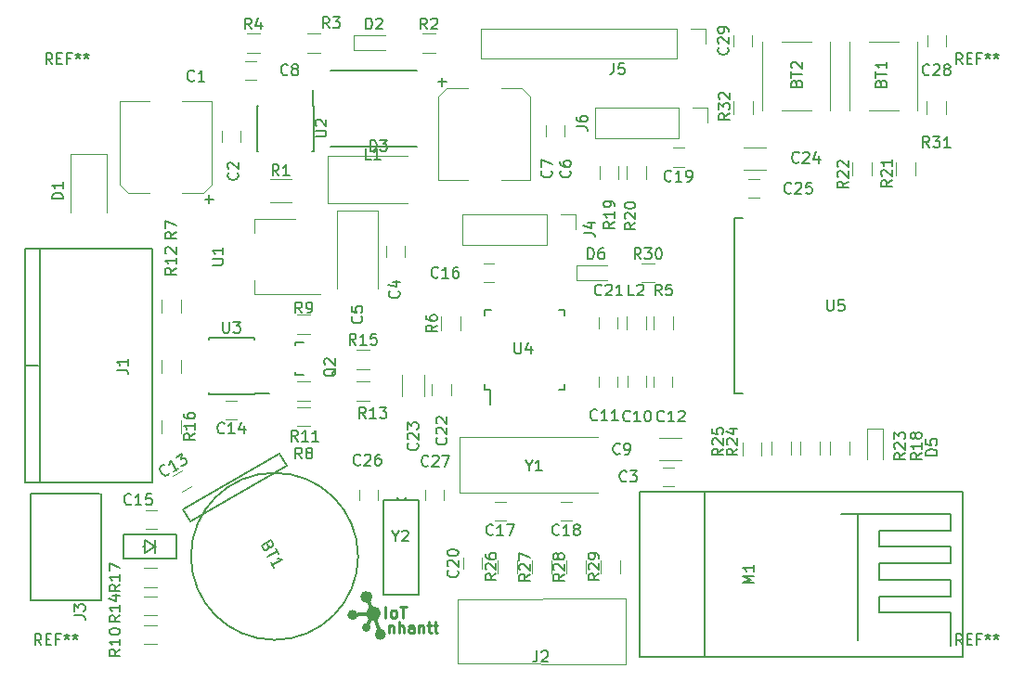
<source format=gto>
G04 #@! TF.FileFunction,Legend,Top*
%FSLAX46Y46*%
G04 Gerber Fmt 4.6, Leading zero omitted, Abs format (unit mm)*
G04 Created by KiCad (PCBNEW 4.0.6) date 01/12/18 15:18:15*
%MOMM*%
%LPD*%
G01*
G04 APERTURE LIST*
%ADD10C,0.100000*%
%ADD11C,0.250000*%
%ADD12C,0.150000*%
%ADD13C,0.120000*%
%ADD14C,0.152400*%
%ADD15C,0.300000*%
%ADD16C,0.600000*%
%ADD17C,0.400000*%
%ADD18C,0.500000*%
G04 APERTURE END LIST*
D10*
D11*
X123382142Y-126160714D02*
X123382142Y-126827381D01*
X123382142Y-126255952D02*
X123429761Y-126208333D01*
X123524999Y-126160714D01*
X123667857Y-126160714D01*
X123763095Y-126208333D01*
X123810714Y-126303571D01*
X123810714Y-126827381D01*
X124286904Y-126827381D02*
X124286904Y-125827381D01*
X124715476Y-126827381D02*
X124715476Y-126303571D01*
X124667857Y-126208333D01*
X124572619Y-126160714D01*
X124429761Y-126160714D01*
X124334523Y-126208333D01*
X124286904Y-126255952D01*
X125620238Y-126827381D02*
X125620238Y-126303571D01*
X125572619Y-126208333D01*
X125477381Y-126160714D01*
X125286904Y-126160714D01*
X125191666Y-126208333D01*
X125620238Y-126779762D02*
X125525000Y-126827381D01*
X125286904Y-126827381D01*
X125191666Y-126779762D01*
X125144047Y-126684524D01*
X125144047Y-126589286D01*
X125191666Y-126494048D01*
X125286904Y-126446429D01*
X125525000Y-126446429D01*
X125620238Y-126398810D01*
X126096428Y-126160714D02*
X126096428Y-126827381D01*
X126096428Y-126255952D02*
X126144047Y-126208333D01*
X126239285Y-126160714D01*
X126382143Y-126160714D01*
X126477381Y-126208333D01*
X126525000Y-126303571D01*
X126525000Y-126827381D01*
X126858333Y-126160714D02*
X127239285Y-126160714D01*
X127001190Y-125827381D02*
X127001190Y-126684524D01*
X127048809Y-126779762D01*
X127144047Y-126827381D01*
X127239285Y-126827381D01*
X127429762Y-126160714D02*
X127810714Y-126160714D01*
X127572619Y-125827381D02*
X127572619Y-126684524D01*
X127620238Y-126779762D01*
X127715476Y-126827381D01*
X127810714Y-126827381D01*
D12*
X105235591Y-116675750D02*
X114034409Y-111595750D01*
X104600591Y-115575898D02*
X105235591Y-116675750D01*
X104600591Y-115575898D02*
X113399409Y-110495898D01*
X113399409Y-110495898D02*
X114034409Y-111595750D01*
X120557000Y-119854982D02*
G75*
G03X120557000Y-119854982I-7620000J0D01*
G01*
D13*
X108150000Y-81000000D02*
X108150000Y-82000000D01*
X109850000Y-82000000D02*
X109850000Y-81000000D01*
X106430000Y-86690000D02*
X104510000Y-86690000D01*
X99570000Y-86690000D02*
X101490000Y-86690000D01*
X107190000Y-78310000D02*
X104510000Y-78310000D01*
X98810000Y-78310000D02*
X101490000Y-78310000D01*
X107190000Y-78310000D02*
X107190000Y-85930000D01*
X107190000Y-85930000D02*
X106430000Y-86690000D01*
X99570000Y-86690000D02*
X98810000Y-85930000D01*
X98810000Y-85930000D02*
X98810000Y-78310000D01*
X148380000Y-113440000D02*
X149380000Y-113440000D01*
X149380000Y-111740000D02*
X148380000Y-111740000D01*
X124850000Y-92500000D02*
X124850000Y-91500000D01*
X123150000Y-91500000D02*
X123150000Y-92500000D01*
X122350000Y-88300000D02*
X122350000Y-95400000D01*
X118650000Y-88300000D02*
X118650000Y-95400000D01*
X122350000Y-88300000D02*
X118650000Y-88300000D01*
X139350000Y-81500000D02*
X139350000Y-80500000D01*
X137650000Y-80500000D02*
X137650000Y-81500000D01*
X127880000Y-85550000D02*
X130560000Y-85550000D01*
X136260000Y-85550000D02*
X133580000Y-85550000D01*
X135500000Y-77170000D02*
X133580000Y-77170000D01*
X128640000Y-77170000D02*
X130560000Y-77170000D01*
X127880000Y-85550000D02*
X127880000Y-77930000D01*
X127880000Y-77930000D02*
X128640000Y-77170000D01*
X135500000Y-77170000D02*
X136260000Y-77930000D01*
X136260000Y-77930000D02*
X136260000Y-85550000D01*
X110250000Y-76350000D02*
X111250000Y-76350000D01*
X111250000Y-74650000D02*
X110250000Y-74650000D01*
X148040000Y-111080000D02*
X150040000Y-111080000D01*
X150040000Y-109040000D02*
X148040000Y-109040000D01*
X145120000Y-103385477D02*
X145120000Y-104385477D01*
X146820000Y-104385477D02*
X146820000Y-103385477D01*
X142520000Y-103420000D02*
X142520000Y-104420000D01*
X144220000Y-104420000D02*
X144220000Y-103420000D01*
X149170000Y-104420000D02*
X149170000Y-103420000D01*
X147470000Y-103420000D02*
X147470000Y-104420000D01*
X104491987Y-113986122D02*
X105358013Y-113486122D01*
X104508013Y-112013878D02*
X103641987Y-112513878D01*
X109500000Y-105650000D02*
X108500000Y-105650000D01*
X108500000Y-107350000D02*
X109500000Y-107350000D01*
X101215477Y-117350000D02*
X102215477Y-117350000D01*
X102215477Y-115650000D02*
X101215477Y-115650000D01*
X132980000Y-93150000D02*
X131980000Y-93150000D01*
X131980000Y-94850000D02*
X132980000Y-94850000D01*
X134020000Y-114890000D02*
X133020000Y-114890000D01*
X133020000Y-116590000D02*
X134020000Y-116590000D01*
X139020000Y-116590000D02*
X140020000Y-116590000D01*
X140020000Y-114890000D02*
X139020000Y-114890000D01*
X149260000Y-84290000D02*
X150260000Y-84290000D01*
X150260000Y-82590000D02*
X149260000Y-82590000D01*
X130150000Y-120000000D02*
X130150000Y-121000000D01*
X131850000Y-121000000D02*
X131850000Y-120000000D01*
X144240000Y-99060000D02*
X144240000Y-98060000D01*
X142540000Y-98060000D02*
X142540000Y-99060000D01*
X127310000Y-104140000D02*
X127310000Y-105140000D01*
X129010000Y-105140000D02*
X129010000Y-104140000D01*
X124540000Y-103260000D02*
X124540000Y-105260000D01*
X126580000Y-105260000D02*
X126580000Y-103260000D01*
X157730000Y-82510000D02*
X155730000Y-82510000D01*
X155730000Y-84550000D02*
X157730000Y-84550000D01*
X157180000Y-85420000D02*
X156180000Y-85420000D01*
X156180000Y-87120000D02*
X157180000Y-87120000D01*
X120650000Y-113750000D02*
X120650000Y-114750000D01*
X122350000Y-114750000D02*
X122350000Y-113750000D01*
X126650000Y-113750000D02*
X126650000Y-114750000D01*
X128350000Y-114750000D02*
X128350000Y-113750000D01*
X172450000Y-72290000D02*
X172450000Y-73290000D01*
X174150000Y-73290000D02*
X174150000Y-72290000D01*
X97650000Y-83100000D02*
X94350000Y-83100000D01*
X94350000Y-83100000D02*
X94350000Y-88500000D01*
X97650000Y-83100000D02*
X97650000Y-88500000D01*
X120200000Y-72300000D02*
X120200000Y-73700000D01*
X120200000Y-73700000D02*
X123000000Y-73700000D01*
X120200000Y-72300000D02*
X123000000Y-72300000D01*
X117800000Y-83350000D02*
X117800000Y-87650000D01*
X117800000Y-87650000D02*
X125100000Y-87650000D01*
X117800000Y-83350000D02*
X125100000Y-83350000D01*
D12*
X102050000Y-118968751D02*
X102150000Y-118968751D01*
X101150000Y-118968751D02*
X100950000Y-118968751D01*
X101150000Y-118368751D02*
X102050000Y-118968751D01*
X101150000Y-119568751D02*
X101150000Y-118368751D01*
X102050000Y-118968751D02*
X101150000Y-119568751D01*
X102050000Y-119568751D02*
X102050000Y-118368751D01*
X103950000Y-120068751D02*
X99150000Y-120068751D01*
X103950000Y-117868751D02*
X103950000Y-120068751D01*
X103450000Y-117868751D02*
X103950000Y-117868751D01*
X99150000Y-117868751D02*
X99650000Y-117868751D01*
X99150000Y-120068751D02*
X99150000Y-117868751D01*
X99650000Y-117868751D02*
X103450000Y-117868751D01*
D13*
X168420000Y-108220000D02*
X167020000Y-108220000D01*
X167020000Y-108220000D02*
X167020000Y-111020000D01*
X168420000Y-108220000D02*
X168420000Y-111020000D01*
X140445782Y-93271704D02*
X140445782Y-94671704D01*
X140445782Y-94671704D02*
X143245782Y-94671704D01*
X140445782Y-93271704D02*
X143245782Y-93271704D01*
D12*
X91400000Y-102460000D02*
X90300000Y-102460000D01*
X91500000Y-91780000D02*
X91500000Y-113140000D01*
X90200000Y-91780000D02*
X90200000Y-113140000D01*
X101800000Y-91780000D02*
X90200000Y-91780000D01*
X90200000Y-113140000D02*
X101800000Y-113140000D01*
X101800000Y-113140000D02*
X101800000Y-91780000D01*
D13*
X129599200Y-129641600D02*
X144940800Y-129692400D01*
X144940800Y-129692400D02*
X144940800Y-123698000D01*
X144940800Y-123698000D02*
X129599200Y-123748800D01*
X129599200Y-129641600D02*
X129599200Y-123748800D01*
D12*
X90682540Y-114104399D02*
X90682540Y-123807293D01*
X97087540Y-114142500D02*
X97087540Y-122664700D01*
X97087540Y-123832600D02*
X90682540Y-123832600D01*
X97087540Y-123832600D02*
X97087540Y-115132600D01*
X90677249Y-114117100D02*
X97001900Y-114117100D01*
D13*
X137760000Y-88630000D02*
X130080000Y-88630000D01*
X130080000Y-88630000D02*
X130080000Y-91430000D01*
X130080000Y-91430000D02*
X137760000Y-91430000D01*
X137760000Y-91430000D02*
X137760000Y-88630000D01*
X139030000Y-88630000D02*
X140360000Y-88630000D01*
X140360000Y-88630000D02*
X140360000Y-90030000D01*
X131770000Y-71750000D02*
X131770000Y-74410000D01*
X149610000Y-71750000D02*
X131770000Y-71750000D01*
X149610000Y-74410000D02*
X131770000Y-74410000D01*
X149610000Y-71750000D02*
X149610000Y-74410000D01*
X150880000Y-71750000D02*
X152210000Y-71750000D01*
X152210000Y-71750000D02*
X152210000Y-73080000D01*
X149820000Y-78870000D02*
X142140000Y-78870000D01*
X142140000Y-78870000D02*
X142140000Y-81670000D01*
X142140000Y-81670000D02*
X149820000Y-81670000D01*
X149820000Y-81670000D02*
X149820000Y-78870000D01*
X151090000Y-78870000D02*
X152420000Y-78870000D01*
X152420000Y-78870000D02*
X152420000Y-80270000D01*
D12*
X125900000Y-82500000D02*
X118000000Y-82500000D01*
X125900000Y-75500000D02*
X118000000Y-75500000D01*
D13*
X145070000Y-99120000D02*
X145070000Y-97920000D01*
X146830000Y-97920000D02*
X146830000Y-99120000D01*
D12*
X166100000Y-127490000D02*
X166100000Y-115990000D01*
X168100000Y-115990000D02*
X164600000Y-115990000D01*
X174600000Y-115990000D02*
X168100000Y-115990000D01*
X174600000Y-117490000D02*
X174600000Y-115990000D01*
X168100000Y-117490000D02*
X174600000Y-117490000D01*
X168100000Y-118990000D02*
X168100000Y-117490000D01*
X174600000Y-118990000D02*
X168100000Y-118990000D01*
X174600000Y-120490000D02*
X174600000Y-118990000D01*
X168100000Y-120490000D02*
X174600000Y-120490000D01*
X168100000Y-121990000D02*
X168100000Y-120490000D01*
X174600000Y-121990000D02*
X168100000Y-121990000D01*
X174600000Y-123490000D02*
X174600000Y-121990000D01*
X168100000Y-123490000D02*
X174600000Y-123490000D01*
X168100000Y-124990000D02*
X168100000Y-123490000D01*
X174600000Y-124990000D02*
X168100000Y-124990000D01*
X174600000Y-127990000D02*
X174600000Y-124990000D01*
X152200000Y-113990000D02*
X152200000Y-128990000D01*
X175700000Y-128990000D02*
X146200000Y-128990000D01*
X175700000Y-113990000D02*
X175700000Y-128990000D01*
X146200000Y-113990000D02*
X175700000Y-113990000D01*
X146200000Y-113990000D02*
X146200000Y-128990000D01*
X114849760Y-100500840D02*
X114849760Y-100549100D01*
X115550800Y-103299820D02*
X114849760Y-103299820D01*
X114849760Y-103299820D02*
X114849760Y-103050900D01*
X114849760Y-100500840D02*
X114849760Y-100300180D01*
X114849760Y-100300180D02*
X115550800Y-100300180D01*
D13*
X114500000Y-87570000D02*
X112500000Y-87570000D01*
X112500000Y-85430000D02*
X114500000Y-85430000D01*
X127600000Y-73880000D02*
X126400000Y-73880000D01*
X126400000Y-72120000D02*
X127600000Y-72120000D01*
X117100000Y-73880000D02*
X115900000Y-73880000D01*
X115900000Y-72120000D02*
X117100000Y-72120000D01*
X111600000Y-73880000D02*
X110400000Y-73880000D01*
X110400000Y-72120000D02*
X111600000Y-72120000D01*
X147490000Y-99150000D02*
X147490000Y-97950000D01*
X149250000Y-97950000D02*
X149250000Y-99150000D01*
X129880000Y-98000000D02*
X129880000Y-99200000D01*
X128120000Y-99200000D02*
X128120000Y-98000000D01*
X102620000Y-97600000D02*
X102620000Y-96400000D01*
X104380000Y-96400000D02*
X104380000Y-97600000D01*
X115000000Y-106220000D02*
X116200000Y-106220000D01*
X116200000Y-107980000D02*
X115000000Y-107980000D01*
X116200000Y-99580000D02*
X115000000Y-99580000D01*
X115000000Y-97820000D02*
X116200000Y-97820000D01*
X101050000Y-126120000D02*
X102250000Y-126120000D01*
X102250000Y-127880000D02*
X101050000Y-127880000D01*
X115000000Y-103920000D02*
X116200000Y-103920000D01*
X116200000Y-105680000D02*
X115000000Y-105680000D01*
X102620000Y-103100000D02*
X102620000Y-101900000D01*
X104380000Y-101900000D02*
X104380000Y-103100000D01*
X121600000Y-105630000D02*
X120400000Y-105630000D01*
X120400000Y-103870000D02*
X121600000Y-103870000D01*
X101050000Y-123501250D02*
X102250000Y-123501250D01*
X102250000Y-125261250D02*
X101050000Y-125261250D01*
X120400000Y-101020000D02*
X121600000Y-101020000D01*
X121600000Y-102780000D02*
X120400000Y-102780000D01*
X102620000Y-108600000D02*
X102620000Y-107400000D01*
X104380000Y-107400000D02*
X104380000Y-108600000D01*
X101050000Y-120882500D02*
X102250000Y-120882500D01*
X102250000Y-122642500D02*
X101050000Y-122642500D01*
X163619998Y-110600000D02*
X163619998Y-109400000D01*
X165379998Y-109400000D02*
X165379998Y-110600000D01*
X142560000Y-85460000D02*
X142560000Y-84260000D01*
X144320000Y-84260000D02*
X144320000Y-85460000D01*
X145070000Y-85460000D02*
X145070000Y-84260000D01*
X146830000Y-84260000D02*
X146830000Y-85460000D01*
X171380000Y-83900000D02*
X171380000Y-85100000D01*
X169620000Y-85100000D02*
X169620000Y-83900000D01*
X167380000Y-83900000D02*
X167380000Y-85100000D01*
X165620000Y-85100000D02*
X165620000Y-83900000D01*
X162673332Y-109400000D02*
X162673332Y-110600000D01*
X160913332Y-110600000D02*
X160913332Y-109400000D01*
X160016666Y-109400000D02*
X160016666Y-110600000D01*
X158256666Y-110600000D02*
X158256666Y-109400000D01*
X157360000Y-109450000D02*
X157360000Y-110650000D01*
X155600000Y-110650000D02*
X155600000Y-109450000D01*
X133288750Y-121440000D02*
X133288750Y-120240000D01*
X135048750Y-120240000D02*
X135048750Y-121440000D01*
X136432500Y-121440000D02*
X136432500Y-120240000D01*
X138192500Y-120240000D02*
X138192500Y-121440000D01*
X139576250Y-121440000D02*
X139576250Y-120240000D01*
X141336250Y-120240000D02*
X141336250Y-121440000D01*
X142720000Y-121440000D02*
X142720000Y-120240000D01*
X144480000Y-120240000D02*
X144480000Y-121440000D01*
X147585782Y-94851704D02*
X146385782Y-94851704D01*
X146385782Y-93091704D02*
X147585782Y-93091704D01*
X172420000Y-79500000D02*
X172420000Y-78300000D01*
X174180000Y-78300000D02*
X174180000Y-79500000D01*
X171580000Y-79200000D02*
X171580000Y-72900000D01*
X169830000Y-79200000D02*
X167130000Y-79200000D01*
X167130000Y-72900000D02*
X169830000Y-72900000D01*
X165380000Y-79200000D02*
X165380000Y-72900000D01*
X111090000Y-89090000D02*
X111090000Y-90350000D01*
X111090000Y-95910000D02*
X111090000Y-94650000D01*
X114850000Y-89090000D02*
X111090000Y-89090000D01*
X117100000Y-95910000D02*
X111090000Y-95910000D01*
D12*
X116480000Y-78725000D02*
X116430000Y-78725000D01*
X116480000Y-82875000D02*
X116335000Y-82875000D01*
X111330000Y-82875000D02*
X111475000Y-82875000D01*
X111330000Y-78725000D02*
X111475000Y-78725000D01*
X116480000Y-78725000D02*
X116480000Y-82875000D01*
X111330000Y-78725000D02*
X111330000Y-82875000D01*
X116430000Y-78725000D02*
X116430000Y-77325000D01*
X111075000Y-105075000D02*
X111075000Y-105025000D01*
X106925000Y-105075000D02*
X106925000Y-104930000D01*
X106925000Y-99925000D02*
X106925000Y-100070000D01*
X111075000Y-99925000D02*
X111075000Y-100070000D01*
X111075000Y-105075000D02*
X106925000Y-105075000D01*
X111075000Y-99925000D02*
X106925000Y-99925000D01*
X111075000Y-105025000D02*
X112475000Y-105025000D01*
X132125000Y-104625000D02*
X132575000Y-104625000D01*
X132125000Y-97375000D02*
X132650000Y-97375000D01*
X139375000Y-97375000D02*
X138850000Y-97375000D01*
X139375000Y-104625000D02*
X138850000Y-104625000D01*
X132125000Y-104625000D02*
X132125000Y-104100000D01*
X139375000Y-104625000D02*
X139375000Y-104100000D01*
X139375000Y-97375000D02*
X139375000Y-97900000D01*
X132125000Y-97375000D02*
X132125000Y-97900000D01*
X132575000Y-104625000D02*
X132575000Y-106000000D01*
D14*
X155641000Y-88999000D02*
X154879000Y-88999000D01*
X154879000Y-88999000D02*
X154879000Y-105001000D01*
X154879000Y-105001000D02*
X155641000Y-105001000D01*
D13*
X142400000Y-108950000D02*
X129800000Y-108950000D01*
X129800000Y-108950000D02*
X129800000Y-114050000D01*
X129800000Y-114050000D02*
X142400000Y-114050000D01*
D12*
X122899800Y-114749680D02*
X122899800Y-123350120D01*
X122899800Y-123350120D02*
X126100200Y-123350120D01*
X126100200Y-123350120D02*
X126100200Y-114749680D01*
X125350900Y-114749680D02*
X126100200Y-114749680D01*
X123600840Y-114749680D02*
X122899800Y-114749680D01*
X124799720Y-114749680D02*
X124898780Y-114449960D01*
X124200280Y-114749680D02*
X124101220Y-114449960D01*
X123600840Y-114749680D02*
X125399160Y-114749680D01*
D13*
X154810000Y-72290000D02*
X154810000Y-73290000D01*
X156510000Y-73290000D02*
X156510000Y-72290000D01*
X154780000Y-79500000D02*
X154780000Y-78300000D01*
X156540000Y-78300000D02*
X156540000Y-79500000D01*
X157410000Y-72900000D02*
X157410000Y-79200000D01*
X159160000Y-72900000D02*
X161860000Y-72900000D01*
X161860000Y-79200000D02*
X159160000Y-79200000D01*
X163610000Y-72900000D02*
X163610000Y-79200000D01*
D15*
X121950000Y-125075000D02*
X122585000Y-126980000D01*
X121950000Y-125075000D02*
X121315000Y-126345000D01*
X120045000Y-125202000D02*
X121950000Y-125075000D01*
X121315000Y-123551000D02*
X121950000Y-125075000D01*
D16*
X121569000Y-123551000D02*
G75*
G03X121569000Y-123551000I-254000J0D01*
G01*
D17*
X120299000Y-125202000D02*
G75*
G03X120299000Y-125202000I-254000J0D01*
G01*
D16*
X122331000Y-125075000D02*
G75*
G03X122331000Y-125075000I-381000J0D01*
G01*
D18*
X122839000Y-126980000D02*
G75*
G03X122839000Y-126980000I-254000J0D01*
G01*
D17*
X121505500Y-126345000D02*
G75*
G03X121505500Y-126345000I-190500J0D01*
G01*
D12*
X91666667Y-127952381D02*
X91333333Y-127476190D01*
X91095238Y-127952381D02*
X91095238Y-126952381D01*
X91476191Y-126952381D01*
X91571429Y-127000000D01*
X91619048Y-127047619D01*
X91666667Y-127142857D01*
X91666667Y-127285714D01*
X91619048Y-127380952D01*
X91571429Y-127428571D01*
X91476191Y-127476190D01*
X91095238Y-127476190D01*
X92095238Y-127428571D02*
X92428572Y-127428571D01*
X92571429Y-127952381D02*
X92095238Y-127952381D01*
X92095238Y-126952381D01*
X92571429Y-126952381D01*
X93333334Y-127428571D02*
X93000000Y-127428571D01*
X93000000Y-127952381D02*
X93000000Y-126952381D01*
X93476191Y-126952381D01*
X94000000Y-126952381D02*
X94000000Y-127190476D01*
X93761905Y-127095238D02*
X94000000Y-127190476D01*
X94238096Y-127095238D01*
X93857143Y-127380952D02*
X94000000Y-127190476D01*
X94142858Y-127380952D01*
X94761905Y-126952381D02*
X94761905Y-127190476D01*
X94523810Y-127095238D02*
X94761905Y-127190476D01*
X95000001Y-127095238D01*
X94619048Y-127380952D02*
X94761905Y-127190476D01*
X94904763Y-127380952D01*
X175666667Y-127952381D02*
X175333333Y-127476190D01*
X175095238Y-127952381D02*
X175095238Y-126952381D01*
X175476191Y-126952381D01*
X175571429Y-127000000D01*
X175619048Y-127047619D01*
X175666667Y-127142857D01*
X175666667Y-127285714D01*
X175619048Y-127380952D01*
X175571429Y-127428571D01*
X175476191Y-127476190D01*
X175095238Y-127476190D01*
X176095238Y-127428571D02*
X176428572Y-127428571D01*
X176571429Y-127952381D02*
X176095238Y-127952381D01*
X176095238Y-126952381D01*
X176571429Y-126952381D01*
X177333334Y-127428571D02*
X177000000Y-127428571D01*
X177000000Y-127952381D02*
X177000000Y-126952381D01*
X177476191Y-126952381D01*
X178000000Y-126952381D02*
X178000000Y-127190476D01*
X177761905Y-127095238D02*
X178000000Y-127190476D01*
X178238096Y-127095238D01*
X177857143Y-127380952D02*
X178000000Y-127190476D01*
X178142858Y-127380952D01*
X178761905Y-126952381D02*
X178761905Y-127190476D01*
X178523810Y-127095238D02*
X178761905Y-127190476D01*
X179000001Y-127095238D01*
X178619048Y-127380952D02*
X178761905Y-127190476D01*
X178904763Y-127380952D01*
X92666667Y-74952381D02*
X92333333Y-74476190D01*
X92095238Y-74952381D02*
X92095238Y-73952381D01*
X92476191Y-73952381D01*
X92571429Y-74000000D01*
X92619048Y-74047619D01*
X92666667Y-74142857D01*
X92666667Y-74285714D01*
X92619048Y-74380952D01*
X92571429Y-74428571D01*
X92476191Y-74476190D01*
X92095238Y-74476190D01*
X93095238Y-74428571D02*
X93428572Y-74428571D01*
X93571429Y-74952381D02*
X93095238Y-74952381D01*
X93095238Y-73952381D01*
X93571429Y-73952381D01*
X94333334Y-74428571D02*
X94000000Y-74428571D01*
X94000000Y-74952381D02*
X94000000Y-73952381D01*
X94476191Y-73952381D01*
X95000000Y-73952381D02*
X95000000Y-74190476D01*
X94761905Y-74095238D02*
X95000000Y-74190476D01*
X95238096Y-74095238D01*
X94857143Y-74380952D02*
X95000000Y-74190476D01*
X95142858Y-74380952D01*
X95761905Y-73952381D02*
X95761905Y-74190476D01*
X95523810Y-74095238D02*
X95761905Y-74190476D01*
X96000001Y-74095238D01*
X95619048Y-74380952D02*
X95761905Y-74190476D01*
X95904763Y-74380952D01*
X112369002Y-118930214D02*
X112399192Y-119077742D01*
X112381761Y-119142791D01*
X112323092Y-119231649D01*
X112199374Y-119303078D01*
X112093086Y-119309457D01*
X112028037Y-119292028D01*
X111939179Y-119233358D01*
X111748703Y-118903444D01*
X112614728Y-118403444D01*
X112781395Y-118692119D01*
X112787775Y-118798407D01*
X112770345Y-118863456D01*
X112711676Y-118952314D01*
X112629197Y-118999933D01*
X112522909Y-119006313D01*
X112457861Y-118988883D01*
X112369002Y-118930214D01*
X112202335Y-118641539D01*
X113043299Y-119145751D02*
X113329014Y-119640623D01*
X112320131Y-119893187D02*
X113186156Y-119393187D01*
X112891560Y-120882931D02*
X112605846Y-120388059D01*
X112748703Y-120635494D02*
X113614728Y-120135494D01*
X113443391Y-120124444D01*
X113313294Y-120089585D01*
X113224435Y-120030916D01*
X105608334Y-76407143D02*
X105560715Y-76454762D01*
X105417858Y-76502381D01*
X105322620Y-76502381D01*
X105179762Y-76454762D01*
X105084524Y-76359524D01*
X105036905Y-76264286D01*
X104989286Y-76073810D01*
X104989286Y-75930952D01*
X105036905Y-75740476D01*
X105084524Y-75645238D01*
X105179762Y-75550000D01*
X105322620Y-75502381D01*
X105417858Y-75502381D01*
X105560715Y-75550000D01*
X105608334Y-75597619D01*
X106560715Y-76502381D02*
X105989286Y-76502381D01*
X106275000Y-76502381D02*
X106275000Y-75502381D01*
X106179762Y-75645238D01*
X106084524Y-75740476D01*
X105989286Y-75788095D01*
X109557143Y-84866666D02*
X109604762Y-84914285D01*
X109652381Y-85057142D01*
X109652381Y-85152380D01*
X109604762Y-85295238D01*
X109509524Y-85390476D01*
X109414286Y-85438095D01*
X109223810Y-85485714D01*
X109080952Y-85485714D01*
X108890476Y-85438095D01*
X108795238Y-85390476D01*
X108700000Y-85295238D01*
X108652381Y-85152380D01*
X108652381Y-85057142D01*
X108700000Y-84914285D01*
X108747619Y-84866666D01*
X108747619Y-84485714D02*
X108700000Y-84438095D01*
X108652381Y-84342857D01*
X108652381Y-84104761D01*
X108700000Y-84009523D01*
X108747619Y-83961904D01*
X108842857Y-83914285D01*
X108938095Y-83914285D01*
X109080952Y-83961904D01*
X109652381Y-84533333D01*
X109652381Y-83914285D01*
X106981429Y-87660952D02*
X106981429Y-86899047D01*
X107362381Y-87279999D02*
X106600476Y-87279999D01*
X145033334Y-112957143D02*
X144985715Y-113004762D01*
X144842858Y-113052381D01*
X144747620Y-113052381D01*
X144604762Y-113004762D01*
X144509524Y-112909524D01*
X144461905Y-112814286D01*
X144414286Y-112623810D01*
X144414286Y-112480952D01*
X144461905Y-112290476D01*
X144509524Y-112195238D01*
X144604762Y-112100000D01*
X144747620Y-112052381D01*
X144842858Y-112052381D01*
X144985715Y-112100000D01*
X145033334Y-112147619D01*
X145366667Y-112052381D02*
X145985715Y-112052381D01*
X145652381Y-112433333D01*
X145795239Y-112433333D01*
X145890477Y-112480952D01*
X145938096Y-112528571D01*
X145985715Y-112623810D01*
X145985715Y-112861905D01*
X145938096Y-112957143D01*
X145890477Y-113004762D01*
X145795239Y-113052381D01*
X145509524Y-113052381D01*
X145414286Y-113004762D01*
X145366667Y-112957143D01*
X124257143Y-95666666D02*
X124304762Y-95714285D01*
X124352381Y-95857142D01*
X124352381Y-95952380D01*
X124304762Y-96095238D01*
X124209524Y-96190476D01*
X124114286Y-96238095D01*
X123923810Y-96285714D01*
X123780952Y-96285714D01*
X123590476Y-96238095D01*
X123495238Y-96190476D01*
X123400000Y-96095238D01*
X123352381Y-95952380D01*
X123352381Y-95857142D01*
X123400000Y-95714285D01*
X123447619Y-95666666D01*
X123685714Y-94809523D02*
X124352381Y-94809523D01*
X123304762Y-95047619D02*
X124019048Y-95285714D01*
X124019048Y-94666666D01*
X120857143Y-97966666D02*
X120904762Y-98014285D01*
X120952381Y-98157142D01*
X120952381Y-98252380D01*
X120904762Y-98395238D01*
X120809524Y-98490476D01*
X120714286Y-98538095D01*
X120523810Y-98585714D01*
X120380952Y-98585714D01*
X120190476Y-98538095D01*
X120095238Y-98490476D01*
X120000000Y-98395238D01*
X119952381Y-98252380D01*
X119952381Y-98157142D01*
X120000000Y-98014285D01*
X120047619Y-97966666D01*
X119952381Y-97061904D02*
X119952381Y-97538095D01*
X120428571Y-97585714D01*
X120380952Y-97538095D01*
X120333333Y-97442857D01*
X120333333Y-97204761D01*
X120380952Y-97109523D01*
X120428571Y-97061904D01*
X120523810Y-97014285D01*
X120761905Y-97014285D01*
X120857143Y-97061904D01*
X120904762Y-97109523D01*
X120952381Y-97204761D01*
X120952381Y-97442857D01*
X120904762Y-97538095D01*
X120857143Y-97585714D01*
X139857143Y-84666666D02*
X139904762Y-84714285D01*
X139952381Y-84857142D01*
X139952381Y-84952380D01*
X139904762Y-85095238D01*
X139809524Y-85190476D01*
X139714286Y-85238095D01*
X139523810Y-85285714D01*
X139380952Y-85285714D01*
X139190476Y-85238095D01*
X139095238Y-85190476D01*
X139000000Y-85095238D01*
X138952381Y-84952380D01*
X138952381Y-84857142D01*
X139000000Y-84714285D01*
X139047619Y-84666666D01*
X138952381Y-83809523D02*
X138952381Y-84000000D01*
X139000000Y-84095238D01*
X139047619Y-84142857D01*
X139190476Y-84238095D01*
X139380952Y-84285714D01*
X139761905Y-84285714D01*
X139857143Y-84238095D01*
X139904762Y-84190476D01*
X139952381Y-84095238D01*
X139952381Y-83904761D01*
X139904762Y-83809523D01*
X139857143Y-83761904D01*
X139761905Y-83714285D01*
X139523810Y-83714285D01*
X139428571Y-83761904D01*
X139380952Y-83809523D01*
X139333333Y-83904761D01*
X139333333Y-84095238D01*
X139380952Y-84190476D01*
X139428571Y-84238095D01*
X139523810Y-84285714D01*
X138157143Y-84666666D02*
X138204762Y-84714285D01*
X138252381Y-84857142D01*
X138252381Y-84952380D01*
X138204762Y-85095238D01*
X138109524Y-85190476D01*
X138014286Y-85238095D01*
X137823810Y-85285714D01*
X137680952Y-85285714D01*
X137490476Y-85238095D01*
X137395238Y-85190476D01*
X137300000Y-85095238D01*
X137252381Y-84952380D01*
X137252381Y-84857142D01*
X137300000Y-84714285D01*
X137347619Y-84666666D01*
X137252381Y-84333333D02*
X137252381Y-83666666D01*
X138252381Y-84095238D01*
X128241429Y-76960952D02*
X128241429Y-76199047D01*
X128622381Y-76579999D02*
X127860476Y-76579999D01*
X114133334Y-75857143D02*
X114085715Y-75904762D01*
X113942858Y-75952381D01*
X113847620Y-75952381D01*
X113704762Y-75904762D01*
X113609524Y-75809524D01*
X113561905Y-75714286D01*
X113514286Y-75523810D01*
X113514286Y-75380952D01*
X113561905Y-75190476D01*
X113609524Y-75095238D01*
X113704762Y-75000000D01*
X113847620Y-74952381D01*
X113942858Y-74952381D01*
X114085715Y-75000000D01*
X114133334Y-75047619D01*
X114704762Y-75380952D02*
X114609524Y-75333333D01*
X114561905Y-75285714D01*
X114514286Y-75190476D01*
X114514286Y-75142857D01*
X114561905Y-75047619D01*
X114609524Y-75000000D01*
X114704762Y-74952381D01*
X114895239Y-74952381D01*
X114990477Y-75000000D01*
X115038096Y-75047619D01*
X115085715Y-75142857D01*
X115085715Y-75190476D01*
X115038096Y-75285714D01*
X114990477Y-75333333D01*
X114895239Y-75380952D01*
X114704762Y-75380952D01*
X114609524Y-75428571D01*
X114561905Y-75476190D01*
X114514286Y-75571429D01*
X114514286Y-75761905D01*
X114561905Y-75857143D01*
X114609524Y-75904762D01*
X114704762Y-75952381D01*
X114895239Y-75952381D01*
X114990477Y-75904762D01*
X115038096Y-75857143D01*
X115085715Y-75761905D01*
X115085715Y-75571429D01*
X115038096Y-75476190D01*
X114990477Y-75428571D01*
X114895239Y-75380952D01*
X144433334Y-110457143D02*
X144385715Y-110504762D01*
X144242858Y-110552381D01*
X144147620Y-110552381D01*
X144004762Y-110504762D01*
X143909524Y-110409524D01*
X143861905Y-110314286D01*
X143814286Y-110123810D01*
X143814286Y-109980952D01*
X143861905Y-109790476D01*
X143909524Y-109695238D01*
X144004762Y-109600000D01*
X144147620Y-109552381D01*
X144242858Y-109552381D01*
X144385715Y-109600000D01*
X144433334Y-109647619D01*
X144909524Y-110552381D02*
X145100000Y-110552381D01*
X145195239Y-110504762D01*
X145242858Y-110457143D01*
X145338096Y-110314286D01*
X145385715Y-110123810D01*
X145385715Y-109742857D01*
X145338096Y-109647619D01*
X145290477Y-109600000D01*
X145195239Y-109552381D01*
X145004762Y-109552381D01*
X144909524Y-109600000D01*
X144861905Y-109647619D01*
X144814286Y-109742857D01*
X144814286Y-109980952D01*
X144861905Y-110076190D01*
X144909524Y-110123810D01*
X145004762Y-110171429D01*
X145195239Y-110171429D01*
X145290477Y-110123810D01*
X145338096Y-110076190D01*
X145385715Y-109980952D01*
X145357143Y-107457143D02*
X145309524Y-107504762D01*
X145166667Y-107552381D01*
X145071429Y-107552381D01*
X144928571Y-107504762D01*
X144833333Y-107409524D01*
X144785714Y-107314286D01*
X144738095Y-107123810D01*
X144738095Y-106980952D01*
X144785714Y-106790476D01*
X144833333Y-106695238D01*
X144928571Y-106600000D01*
X145071429Y-106552381D01*
X145166667Y-106552381D01*
X145309524Y-106600000D01*
X145357143Y-106647619D01*
X146309524Y-107552381D02*
X145738095Y-107552381D01*
X146023809Y-107552381D02*
X146023809Y-106552381D01*
X145928571Y-106695238D01*
X145833333Y-106790476D01*
X145738095Y-106838095D01*
X146928571Y-106552381D02*
X147023810Y-106552381D01*
X147119048Y-106600000D01*
X147166667Y-106647619D01*
X147214286Y-106742857D01*
X147261905Y-106933333D01*
X147261905Y-107171429D01*
X147214286Y-107361905D01*
X147166667Y-107457143D01*
X147119048Y-107504762D01*
X147023810Y-107552381D01*
X146928571Y-107552381D01*
X146833333Y-107504762D01*
X146785714Y-107457143D01*
X146738095Y-107361905D01*
X146690476Y-107171429D01*
X146690476Y-106933333D01*
X146738095Y-106742857D01*
X146785714Y-106647619D01*
X146833333Y-106600000D01*
X146928571Y-106552381D01*
X142357143Y-107357143D02*
X142309524Y-107404762D01*
X142166667Y-107452381D01*
X142071429Y-107452381D01*
X141928571Y-107404762D01*
X141833333Y-107309524D01*
X141785714Y-107214286D01*
X141738095Y-107023810D01*
X141738095Y-106880952D01*
X141785714Y-106690476D01*
X141833333Y-106595238D01*
X141928571Y-106500000D01*
X142071429Y-106452381D01*
X142166667Y-106452381D01*
X142309524Y-106500000D01*
X142357143Y-106547619D01*
X143309524Y-107452381D02*
X142738095Y-107452381D01*
X143023809Y-107452381D02*
X143023809Y-106452381D01*
X142928571Y-106595238D01*
X142833333Y-106690476D01*
X142738095Y-106738095D01*
X144261905Y-107452381D02*
X143690476Y-107452381D01*
X143976190Y-107452381D02*
X143976190Y-106452381D01*
X143880952Y-106595238D01*
X143785714Y-106690476D01*
X143690476Y-106738095D01*
X148457143Y-107457143D02*
X148409524Y-107504762D01*
X148266667Y-107552381D01*
X148171429Y-107552381D01*
X148028571Y-107504762D01*
X147933333Y-107409524D01*
X147885714Y-107314286D01*
X147838095Y-107123810D01*
X147838095Y-106980952D01*
X147885714Y-106790476D01*
X147933333Y-106695238D01*
X148028571Y-106600000D01*
X148171429Y-106552381D01*
X148266667Y-106552381D01*
X148409524Y-106600000D01*
X148457143Y-106647619D01*
X149409524Y-107552381D02*
X148838095Y-107552381D01*
X149123809Y-107552381D02*
X149123809Y-106552381D01*
X149028571Y-106695238D01*
X148933333Y-106790476D01*
X148838095Y-106838095D01*
X149790476Y-106647619D02*
X149838095Y-106600000D01*
X149933333Y-106552381D01*
X150171429Y-106552381D01*
X150266667Y-106600000D01*
X150314286Y-106647619D01*
X150361905Y-106742857D01*
X150361905Y-106838095D01*
X150314286Y-106980952D01*
X149742857Y-107552381D01*
X150361905Y-107552381D01*
X103321841Y-112230722D02*
X103304411Y-112295771D01*
X103204503Y-112408439D01*
X103122024Y-112456058D01*
X102974496Y-112486248D01*
X102844399Y-112451388D01*
X102755540Y-112392719D01*
X102619063Y-112251572D01*
X102547634Y-112127853D01*
X102493635Y-111939086D01*
X102487256Y-111832798D01*
X102522115Y-111702701D01*
X102622024Y-111590033D01*
X102704503Y-111542414D01*
X102852030Y-111512224D01*
X102917079Y-111529654D01*
X104194246Y-111837010D02*
X103699374Y-112122725D01*
X103946810Y-111979868D02*
X103446810Y-111113843D01*
X103435760Y-111285179D01*
X103400900Y-111415277D01*
X103342231Y-111504135D01*
X103982921Y-110804319D02*
X104519032Y-110494795D01*
X104420833Y-110991376D01*
X104544551Y-110919947D01*
X104650839Y-110913567D01*
X104715888Y-110930997D01*
X104804747Y-110989667D01*
X104923794Y-111195863D01*
X104930174Y-111302151D01*
X104912744Y-111367200D01*
X104854075Y-111456058D01*
X104606639Y-111598915D01*
X104500351Y-111605295D01*
X104435302Y-111587865D01*
X108357143Y-108557143D02*
X108309524Y-108604762D01*
X108166667Y-108652381D01*
X108071429Y-108652381D01*
X107928571Y-108604762D01*
X107833333Y-108509524D01*
X107785714Y-108414286D01*
X107738095Y-108223810D01*
X107738095Y-108080952D01*
X107785714Y-107890476D01*
X107833333Y-107795238D01*
X107928571Y-107700000D01*
X108071429Y-107652381D01*
X108166667Y-107652381D01*
X108309524Y-107700000D01*
X108357143Y-107747619D01*
X109309524Y-108652381D02*
X108738095Y-108652381D01*
X109023809Y-108652381D02*
X109023809Y-107652381D01*
X108928571Y-107795238D01*
X108833333Y-107890476D01*
X108738095Y-107938095D01*
X110166667Y-107985714D02*
X110166667Y-108652381D01*
X109928571Y-107604762D02*
X109690476Y-108319048D01*
X110309524Y-108319048D01*
X99857143Y-115057143D02*
X99809524Y-115104762D01*
X99666667Y-115152381D01*
X99571429Y-115152381D01*
X99428571Y-115104762D01*
X99333333Y-115009524D01*
X99285714Y-114914286D01*
X99238095Y-114723810D01*
X99238095Y-114580952D01*
X99285714Y-114390476D01*
X99333333Y-114295238D01*
X99428571Y-114200000D01*
X99571429Y-114152381D01*
X99666667Y-114152381D01*
X99809524Y-114200000D01*
X99857143Y-114247619D01*
X100809524Y-115152381D02*
X100238095Y-115152381D01*
X100523809Y-115152381D02*
X100523809Y-114152381D01*
X100428571Y-114295238D01*
X100333333Y-114390476D01*
X100238095Y-114438095D01*
X101714286Y-114152381D02*
X101238095Y-114152381D01*
X101190476Y-114628571D01*
X101238095Y-114580952D01*
X101333333Y-114533333D01*
X101571429Y-114533333D01*
X101666667Y-114580952D01*
X101714286Y-114628571D01*
X101761905Y-114723810D01*
X101761905Y-114961905D01*
X101714286Y-115057143D01*
X101666667Y-115104762D01*
X101571429Y-115152381D01*
X101333333Y-115152381D01*
X101238095Y-115104762D01*
X101190476Y-115057143D01*
X127857143Y-94357143D02*
X127809524Y-94404762D01*
X127666667Y-94452381D01*
X127571429Y-94452381D01*
X127428571Y-94404762D01*
X127333333Y-94309524D01*
X127285714Y-94214286D01*
X127238095Y-94023810D01*
X127238095Y-93880952D01*
X127285714Y-93690476D01*
X127333333Y-93595238D01*
X127428571Y-93500000D01*
X127571429Y-93452381D01*
X127666667Y-93452381D01*
X127809524Y-93500000D01*
X127857143Y-93547619D01*
X128809524Y-94452381D02*
X128238095Y-94452381D01*
X128523809Y-94452381D02*
X128523809Y-93452381D01*
X128428571Y-93595238D01*
X128333333Y-93690476D01*
X128238095Y-93738095D01*
X129666667Y-93452381D02*
X129476190Y-93452381D01*
X129380952Y-93500000D01*
X129333333Y-93547619D01*
X129238095Y-93690476D01*
X129190476Y-93880952D01*
X129190476Y-94261905D01*
X129238095Y-94357143D01*
X129285714Y-94404762D01*
X129380952Y-94452381D01*
X129571429Y-94452381D01*
X129666667Y-94404762D01*
X129714286Y-94357143D01*
X129761905Y-94261905D01*
X129761905Y-94023810D01*
X129714286Y-93928571D01*
X129666667Y-93880952D01*
X129571429Y-93833333D01*
X129380952Y-93833333D01*
X129285714Y-93880952D01*
X129238095Y-93928571D01*
X129190476Y-94023810D01*
X132857143Y-117847143D02*
X132809524Y-117894762D01*
X132666667Y-117942381D01*
X132571429Y-117942381D01*
X132428571Y-117894762D01*
X132333333Y-117799524D01*
X132285714Y-117704286D01*
X132238095Y-117513810D01*
X132238095Y-117370952D01*
X132285714Y-117180476D01*
X132333333Y-117085238D01*
X132428571Y-116990000D01*
X132571429Y-116942381D01*
X132666667Y-116942381D01*
X132809524Y-116990000D01*
X132857143Y-117037619D01*
X133809524Y-117942381D02*
X133238095Y-117942381D01*
X133523809Y-117942381D02*
X133523809Y-116942381D01*
X133428571Y-117085238D01*
X133333333Y-117180476D01*
X133238095Y-117228095D01*
X134142857Y-116942381D02*
X134809524Y-116942381D01*
X134380952Y-117942381D01*
X138877143Y-117847143D02*
X138829524Y-117894762D01*
X138686667Y-117942381D01*
X138591429Y-117942381D01*
X138448571Y-117894762D01*
X138353333Y-117799524D01*
X138305714Y-117704286D01*
X138258095Y-117513810D01*
X138258095Y-117370952D01*
X138305714Y-117180476D01*
X138353333Y-117085238D01*
X138448571Y-116990000D01*
X138591429Y-116942381D01*
X138686667Y-116942381D01*
X138829524Y-116990000D01*
X138877143Y-117037619D01*
X139829524Y-117942381D02*
X139258095Y-117942381D01*
X139543809Y-117942381D02*
X139543809Y-116942381D01*
X139448571Y-117085238D01*
X139353333Y-117180476D01*
X139258095Y-117228095D01*
X140400952Y-117370952D02*
X140305714Y-117323333D01*
X140258095Y-117275714D01*
X140210476Y-117180476D01*
X140210476Y-117132857D01*
X140258095Y-117037619D01*
X140305714Y-116990000D01*
X140400952Y-116942381D01*
X140591429Y-116942381D01*
X140686667Y-116990000D01*
X140734286Y-117037619D01*
X140781905Y-117132857D01*
X140781905Y-117180476D01*
X140734286Y-117275714D01*
X140686667Y-117323333D01*
X140591429Y-117370952D01*
X140400952Y-117370952D01*
X140305714Y-117418571D01*
X140258095Y-117466190D01*
X140210476Y-117561429D01*
X140210476Y-117751905D01*
X140258095Y-117847143D01*
X140305714Y-117894762D01*
X140400952Y-117942381D01*
X140591429Y-117942381D01*
X140686667Y-117894762D01*
X140734286Y-117847143D01*
X140781905Y-117751905D01*
X140781905Y-117561429D01*
X140734286Y-117466190D01*
X140686667Y-117418571D01*
X140591429Y-117370952D01*
X149117143Y-85547143D02*
X149069524Y-85594762D01*
X148926667Y-85642381D01*
X148831429Y-85642381D01*
X148688571Y-85594762D01*
X148593333Y-85499524D01*
X148545714Y-85404286D01*
X148498095Y-85213810D01*
X148498095Y-85070952D01*
X148545714Y-84880476D01*
X148593333Y-84785238D01*
X148688571Y-84690000D01*
X148831429Y-84642381D01*
X148926667Y-84642381D01*
X149069524Y-84690000D01*
X149117143Y-84737619D01*
X150069524Y-85642381D02*
X149498095Y-85642381D01*
X149783809Y-85642381D02*
X149783809Y-84642381D01*
X149688571Y-84785238D01*
X149593333Y-84880476D01*
X149498095Y-84928095D01*
X150545714Y-85642381D02*
X150736190Y-85642381D01*
X150831429Y-85594762D01*
X150879048Y-85547143D01*
X150974286Y-85404286D01*
X151021905Y-85213810D01*
X151021905Y-84832857D01*
X150974286Y-84737619D01*
X150926667Y-84690000D01*
X150831429Y-84642381D01*
X150640952Y-84642381D01*
X150545714Y-84690000D01*
X150498095Y-84737619D01*
X150450476Y-84832857D01*
X150450476Y-85070952D01*
X150498095Y-85166190D01*
X150545714Y-85213810D01*
X150640952Y-85261429D01*
X150831429Y-85261429D01*
X150926667Y-85213810D01*
X150974286Y-85166190D01*
X151021905Y-85070952D01*
X129607143Y-121142857D02*
X129654762Y-121190476D01*
X129702381Y-121333333D01*
X129702381Y-121428571D01*
X129654762Y-121571429D01*
X129559524Y-121666667D01*
X129464286Y-121714286D01*
X129273810Y-121761905D01*
X129130952Y-121761905D01*
X128940476Y-121714286D01*
X128845238Y-121666667D01*
X128750000Y-121571429D01*
X128702381Y-121428571D01*
X128702381Y-121333333D01*
X128750000Y-121190476D01*
X128797619Y-121142857D01*
X128797619Y-120761905D02*
X128750000Y-120714286D01*
X128702381Y-120619048D01*
X128702381Y-120380952D01*
X128750000Y-120285714D01*
X128797619Y-120238095D01*
X128892857Y-120190476D01*
X128988095Y-120190476D01*
X129130952Y-120238095D01*
X129702381Y-120809524D01*
X129702381Y-120190476D01*
X128702381Y-119571429D02*
X128702381Y-119476190D01*
X128750000Y-119380952D01*
X128797619Y-119333333D01*
X128892857Y-119285714D01*
X129083333Y-119238095D01*
X129321429Y-119238095D01*
X129511905Y-119285714D01*
X129607143Y-119333333D01*
X129654762Y-119380952D01*
X129702381Y-119476190D01*
X129702381Y-119571429D01*
X129654762Y-119666667D01*
X129607143Y-119714286D01*
X129511905Y-119761905D01*
X129321429Y-119809524D01*
X129083333Y-119809524D01*
X128892857Y-119761905D01*
X128797619Y-119714286D01*
X128750000Y-119666667D01*
X128702381Y-119571429D01*
X142757143Y-95957143D02*
X142709524Y-96004762D01*
X142566667Y-96052381D01*
X142471429Y-96052381D01*
X142328571Y-96004762D01*
X142233333Y-95909524D01*
X142185714Y-95814286D01*
X142138095Y-95623810D01*
X142138095Y-95480952D01*
X142185714Y-95290476D01*
X142233333Y-95195238D01*
X142328571Y-95100000D01*
X142471429Y-95052381D01*
X142566667Y-95052381D01*
X142709524Y-95100000D01*
X142757143Y-95147619D01*
X143138095Y-95147619D02*
X143185714Y-95100000D01*
X143280952Y-95052381D01*
X143519048Y-95052381D01*
X143614286Y-95100000D01*
X143661905Y-95147619D01*
X143709524Y-95242857D01*
X143709524Y-95338095D01*
X143661905Y-95480952D01*
X143090476Y-96052381D01*
X143709524Y-96052381D01*
X144661905Y-96052381D02*
X144090476Y-96052381D01*
X144376190Y-96052381D02*
X144376190Y-95052381D01*
X144280952Y-95195238D01*
X144185714Y-95290476D01*
X144090476Y-95338095D01*
X128557143Y-109042857D02*
X128604762Y-109090476D01*
X128652381Y-109233333D01*
X128652381Y-109328571D01*
X128604762Y-109471429D01*
X128509524Y-109566667D01*
X128414286Y-109614286D01*
X128223810Y-109661905D01*
X128080952Y-109661905D01*
X127890476Y-109614286D01*
X127795238Y-109566667D01*
X127700000Y-109471429D01*
X127652381Y-109328571D01*
X127652381Y-109233333D01*
X127700000Y-109090476D01*
X127747619Y-109042857D01*
X127747619Y-108661905D02*
X127700000Y-108614286D01*
X127652381Y-108519048D01*
X127652381Y-108280952D01*
X127700000Y-108185714D01*
X127747619Y-108138095D01*
X127842857Y-108090476D01*
X127938095Y-108090476D01*
X128080952Y-108138095D01*
X128652381Y-108709524D01*
X128652381Y-108090476D01*
X127747619Y-107709524D02*
X127700000Y-107661905D01*
X127652381Y-107566667D01*
X127652381Y-107328571D01*
X127700000Y-107233333D01*
X127747619Y-107185714D01*
X127842857Y-107138095D01*
X127938095Y-107138095D01*
X128080952Y-107185714D01*
X128652381Y-107757143D01*
X128652381Y-107138095D01*
X125957143Y-109542857D02*
X126004762Y-109590476D01*
X126052381Y-109733333D01*
X126052381Y-109828571D01*
X126004762Y-109971429D01*
X125909524Y-110066667D01*
X125814286Y-110114286D01*
X125623810Y-110161905D01*
X125480952Y-110161905D01*
X125290476Y-110114286D01*
X125195238Y-110066667D01*
X125100000Y-109971429D01*
X125052381Y-109828571D01*
X125052381Y-109733333D01*
X125100000Y-109590476D01*
X125147619Y-109542857D01*
X125147619Y-109161905D02*
X125100000Y-109114286D01*
X125052381Y-109019048D01*
X125052381Y-108780952D01*
X125100000Y-108685714D01*
X125147619Y-108638095D01*
X125242857Y-108590476D01*
X125338095Y-108590476D01*
X125480952Y-108638095D01*
X126052381Y-109209524D01*
X126052381Y-108590476D01*
X125052381Y-108257143D02*
X125052381Y-107638095D01*
X125433333Y-107971429D01*
X125433333Y-107828571D01*
X125480952Y-107733333D01*
X125528571Y-107685714D01*
X125623810Y-107638095D01*
X125861905Y-107638095D01*
X125957143Y-107685714D01*
X126004762Y-107733333D01*
X126052381Y-107828571D01*
X126052381Y-108114286D01*
X126004762Y-108209524D01*
X125957143Y-108257143D01*
X160757143Y-83857143D02*
X160709524Y-83904762D01*
X160566667Y-83952381D01*
X160471429Y-83952381D01*
X160328571Y-83904762D01*
X160233333Y-83809524D01*
X160185714Y-83714286D01*
X160138095Y-83523810D01*
X160138095Y-83380952D01*
X160185714Y-83190476D01*
X160233333Y-83095238D01*
X160328571Y-83000000D01*
X160471429Y-82952381D01*
X160566667Y-82952381D01*
X160709524Y-83000000D01*
X160757143Y-83047619D01*
X161138095Y-83047619D02*
X161185714Y-83000000D01*
X161280952Y-82952381D01*
X161519048Y-82952381D01*
X161614286Y-83000000D01*
X161661905Y-83047619D01*
X161709524Y-83142857D01*
X161709524Y-83238095D01*
X161661905Y-83380952D01*
X161090476Y-83952381D01*
X161709524Y-83952381D01*
X162566667Y-83285714D02*
X162566667Y-83952381D01*
X162328571Y-82904762D02*
X162090476Y-83619048D01*
X162709524Y-83619048D01*
X160057143Y-86657143D02*
X160009524Y-86704762D01*
X159866667Y-86752381D01*
X159771429Y-86752381D01*
X159628571Y-86704762D01*
X159533333Y-86609524D01*
X159485714Y-86514286D01*
X159438095Y-86323810D01*
X159438095Y-86180952D01*
X159485714Y-85990476D01*
X159533333Y-85895238D01*
X159628571Y-85800000D01*
X159771429Y-85752381D01*
X159866667Y-85752381D01*
X160009524Y-85800000D01*
X160057143Y-85847619D01*
X160438095Y-85847619D02*
X160485714Y-85800000D01*
X160580952Y-85752381D01*
X160819048Y-85752381D01*
X160914286Y-85800000D01*
X160961905Y-85847619D01*
X161009524Y-85942857D01*
X161009524Y-86038095D01*
X160961905Y-86180952D01*
X160390476Y-86752381D01*
X161009524Y-86752381D01*
X161914286Y-85752381D02*
X161438095Y-85752381D01*
X161390476Y-86228571D01*
X161438095Y-86180952D01*
X161533333Y-86133333D01*
X161771429Y-86133333D01*
X161866667Y-86180952D01*
X161914286Y-86228571D01*
X161961905Y-86323810D01*
X161961905Y-86561905D01*
X161914286Y-86657143D01*
X161866667Y-86704762D01*
X161771429Y-86752381D01*
X161533333Y-86752381D01*
X161438095Y-86704762D01*
X161390476Y-86657143D01*
X120757143Y-111457143D02*
X120709524Y-111504762D01*
X120566667Y-111552381D01*
X120471429Y-111552381D01*
X120328571Y-111504762D01*
X120233333Y-111409524D01*
X120185714Y-111314286D01*
X120138095Y-111123810D01*
X120138095Y-110980952D01*
X120185714Y-110790476D01*
X120233333Y-110695238D01*
X120328571Y-110600000D01*
X120471429Y-110552381D01*
X120566667Y-110552381D01*
X120709524Y-110600000D01*
X120757143Y-110647619D01*
X121138095Y-110647619D02*
X121185714Y-110600000D01*
X121280952Y-110552381D01*
X121519048Y-110552381D01*
X121614286Y-110600000D01*
X121661905Y-110647619D01*
X121709524Y-110742857D01*
X121709524Y-110838095D01*
X121661905Y-110980952D01*
X121090476Y-111552381D01*
X121709524Y-111552381D01*
X122566667Y-110552381D02*
X122376190Y-110552381D01*
X122280952Y-110600000D01*
X122233333Y-110647619D01*
X122138095Y-110790476D01*
X122090476Y-110980952D01*
X122090476Y-111361905D01*
X122138095Y-111457143D01*
X122185714Y-111504762D01*
X122280952Y-111552381D01*
X122471429Y-111552381D01*
X122566667Y-111504762D01*
X122614286Y-111457143D01*
X122661905Y-111361905D01*
X122661905Y-111123810D01*
X122614286Y-111028571D01*
X122566667Y-110980952D01*
X122471429Y-110933333D01*
X122280952Y-110933333D01*
X122185714Y-110980952D01*
X122138095Y-111028571D01*
X122090476Y-111123810D01*
X126957143Y-111557143D02*
X126909524Y-111604762D01*
X126766667Y-111652381D01*
X126671429Y-111652381D01*
X126528571Y-111604762D01*
X126433333Y-111509524D01*
X126385714Y-111414286D01*
X126338095Y-111223810D01*
X126338095Y-111080952D01*
X126385714Y-110890476D01*
X126433333Y-110795238D01*
X126528571Y-110700000D01*
X126671429Y-110652381D01*
X126766667Y-110652381D01*
X126909524Y-110700000D01*
X126957143Y-110747619D01*
X127338095Y-110747619D02*
X127385714Y-110700000D01*
X127480952Y-110652381D01*
X127719048Y-110652381D01*
X127814286Y-110700000D01*
X127861905Y-110747619D01*
X127909524Y-110842857D01*
X127909524Y-110938095D01*
X127861905Y-111080952D01*
X127290476Y-111652381D01*
X127909524Y-111652381D01*
X128242857Y-110652381D02*
X128909524Y-110652381D01*
X128480952Y-111652381D01*
X172657143Y-75857143D02*
X172609524Y-75904762D01*
X172466667Y-75952381D01*
X172371429Y-75952381D01*
X172228571Y-75904762D01*
X172133333Y-75809524D01*
X172085714Y-75714286D01*
X172038095Y-75523810D01*
X172038095Y-75380952D01*
X172085714Y-75190476D01*
X172133333Y-75095238D01*
X172228571Y-75000000D01*
X172371429Y-74952381D01*
X172466667Y-74952381D01*
X172609524Y-75000000D01*
X172657143Y-75047619D01*
X173038095Y-75047619D02*
X173085714Y-75000000D01*
X173180952Y-74952381D01*
X173419048Y-74952381D01*
X173514286Y-75000000D01*
X173561905Y-75047619D01*
X173609524Y-75142857D01*
X173609524Y-75238095D01*
X173561905Y-75380952D01*
X172990476Y-75952381D01*
X173609524Y-75952381D01*
X174180952Y-75380952D02*
X174085714Y-75333333D01*
X174038095Y-75285714D01*
X173990476Y-75190476D01*
X173990476Y-75142857D01*
X174038095Y-75047619D01*
X174085714Y-75000000D01*
X174180952Y-74952381D01*
X174371429Y-74952381D01*
X174466667Y-75000000D01*
X174514286Y-75047619D01*
X174561905Y-75142857D01*
X174561905Y-75190476D01*
X174514286Y-75285714D01*
X174466667Y-75333333D01*
X174371429Y-75380952D01*
X174180952Y-75380952D01*
X174085714Y-75428571D01*
X174038095Y-75476190D01*
X173990476Y-75571429D01*
X173990476Y-75761905D01*
X174038095Y-75857143D01*
X174085714Y-75904762D01*
X174180952Y-75952381D01*
X174371429Y-75952381D01*
X174466667Y-75904762D01*
X174514286Y-75857143D01*
X174561905Y-75761905D01*
X174561905Y-75571429D01*
X174514286Y-75476190D01*
X174466667Y-75428571D01*
X174371429Y-75380952D01*
X93652381Y-87238095D02*
X92652381Y-87238095D01*
X92652381Y-87000000D01*
X92700000Y-86857142D01*
X92795238Y-86761904D01*
X92890476Y-86714285D01*
X93080952Y-86666666D01*
X93223810Y-86666666D01*
X93414286Y-86714285D01*
X93509524Y-86761904D01*
X93604762Y-86857142D01*
X93652381Y-87000000D01*
X93652381Y-87238095D01*
X93652381Y-85714285D02*
X93652381Y-86285714D01*
X93652381Y-86000000D02*
X92652381Y-86000000D01*
X92795238Y-86095238D01*
X92890476Y-86190476D01*
X92938095Y-86285714D01*
X121261905Y-71752381D02*
X121261905Y-70752381D01*
X121500000Y-70752381D01*
X121642858Y-70800000D01*
X121738096Y-70895238D01*
X121785715Y-70990476D01*
X121833334Y-71180952D01*
X121833334Y-71323810D01*
X121785715Y-71514286D01*
X121738096Y-71609524D01*
X121642858Y-71704762D01*
X121500000Y-71752381D01*
X121261905Y-71752381D01*
X122214286Y-70847619D02*
X122261905Y-70800000D01*
X122357143Y-70752381D01*
X122595239Y-70752381D01*
X122690477Y-70800000D01*
X122738096Y-70847619D01*
X122785715Y-70942857D01*
X122785715Y-71038095D01*
X122738096Y-71180952D01*
X122166667Y-71752381D01*
X122785715Y-71752381D01*
X121661905Y-82852381D02*
X121661905Y-81852381D01*
X121900000Y-81852381D01*
X122042858Y-81900000D01*
X122138096Y-81995238D01*
X122185715Y-82090476D01*
X122233334Y-82280952D01*
X122233334Y-82423810D01*
X122185715Y-82614286D01*
X122138096Y-82709524D01*
X122042858Y-82804762D01*
X121900000Y-82852381D01*
X121661905Y-82852381D01*
X122566667Y-81852381D02*
X123185715Y-81852381D01*
X122852381Y-82233333D01*
X122995239Y-82233333D01*
X123090477Y-82280952D01*
X123138096Y-82328571D01*
X123185715Y-82423810D01*
X123185715Y-82661905D01*
X123138096Y-82757143D01*
X123090477Y-82804762D01*
X122995239Y-82852381D01*
X122709524Y-82852381D01*
X122614286Y-82804762D01*
X122566667Y-82757143D01*
X173352381Y-110638095D02*
X172352381Y-110638095D01*
X172352381Y-110400000D01*
X172400000Y-110257142D01*
X172495238Y-110161904D01*
X172590476Y-110114285D01*
X172780952Y-110066666D01*
X172923810Y-110066666D01*
X173114286Y-110114285D01*
X173209524Y-110161904D01*
X173304762Y-110257142D01*
X173352381Y-110400000D01*
X173352381Y-110638095D01*
X172352381Y-109161904D02*
X172352381Y-109638095D01*
X172828571Y-109685714D01*
X172780952Y-109638095D01*
X172733333Y-109542857D01*
X172733333Y-109304761D01*
X172780952Y-109209523D01*
X172828571Y-109161904D01*
X172923810Y-109114285D01*
X173161905Y-109114285D01*
X173257143Y-109161904D01*
X173304762Y-109209523D01*
X173352381Y-109304761D01*
X173352381Y-109542857D01*
X173304762Y-109638095D01*
X173257143Y-109685714D01*
X141507687Y-92724085D02*
X141507687Y-91724085D01*
X141745782Y-91724085D01*
X141888640Y-91771704D01*
X141983878Y-91866942D01*
X142031497Y-91962180D01*
X142079116Y-92152656D01*
X142079116Y-92295514D01*
X142031497Y-92485990D01*
X141983878Y-92581228D01*
X141888640Y-92676466D01*
X141745782Y-92724085D01*
X141507687Y-92724085D01*
X142936259Y-91724085D02*
X142745782Y-91724085D01*
X142650544Y-91771704D01*
X142602925Y-91819323D01*
X142507687Y-91962180D01*
X142460068Y-92152656D01*
X142460068Y-92533609D01*
X142507687Y-92628847D01*
X142555306Y-92676466D01*
X142650544Y-92724085D01*
X142841021Y-92724085D01*
X142936259Y-92676466D01*
X142983878Y-92628847D01*
X143031497Y-92533609D01*
X143031497Y-92295514D01*
X142983878Y-92200275D01*
X142936259Y-92152656D01*
X142841021Y-92105037D01*
X142650544Y-92105037D01*
X142555306Y-92152656D01*
X142507687Y-92200275D01*
X142460068Y-92295514D01*
X98552381Y-102833333D02*
X99266667Y-102833333D01*
X99409524Y-102880953D01*
X99504762Y-102976191D01*
X99552381Y-103119048D01*
X99552381Y-103214286D01*
X99552381Y-101833333D02*
X99552381Y-102404762D01*
X99552381Y-102119048D02*
X98552381Y-102119048D01*
X98695238Y-102214286D01*
X98790476Y-102309524D01*
X98838095Y-102404762D01*
X136866667Y-128477381D02*
X136866667Y-129191667D01*
X136819047Y-129334524D01*
X136723809Y-129429762D01*
X136580952Y-129477381D01*
X136485714Y-129477381D01*
X137295238Y-128572619D02*
X137342857Y-128525000D01*
X137438095Y-128477381D01*
X137676191Y-128477381D01*
X137771429Y-128525000D01*
X137819048Y-128572619D01*
X137866667Y-128667857D01*
X137866667Y-128763095D01*
X137819048Y-128905952D01*
X137247619Y-129477381D01*
X137866667Y-129477381D01*
X94652381Y-125233333D02*
X95366667Y-125233333D01*
X95509524Y-125280953D01*
X95604762Y-125376191D01*
X95652381Y-125519048D01*
X95652381Y-125614286D01*
X94652381Y-124852381D02*
X94652381Y-124233333D01*
X95033333Y-124566667D01*
X95033333Y-124423809D01*
X95080952Y-124328571D01*
X95128571Y-124280952D01*
X95223810Y-124233333D01*
X95461905Y-124233333D01*
X95557143Y-124280952D01*
X95604762Y-124328571D01*
X95652381Y-124423809D01*
X95652381Y-124709524D01*
X95604762Y-124804762D01*
X95557143Y-124852381D01*
X141152381Y-90333333D02*
X141866667Y-90333333D01*
X142009524Y-90380953D01*
X142104762Y-90476191D01*
X142152381Y-90619048D01*
X142152381Y-90714286D01*
X141485714Y-89428571D02*
X142152381Y-89428571D01*
X141104762Y-89666667D02*
X141819048Y-89904762D01*
X141819048Y-89285714D01*
X143866667Y-74852381D02*
X143866667Y-75566667D01*
X143819047Y-75709524D01*
X143723809Y-75804762D01*
X143580952Y-75852381D01*
X143485714Y-75852381D01*
X144819048Y-74852381D02*
X144342857Y-74852381D01*
X144295238Y-75328571D01*
X144342857Y-75280952D01*
X144438095Y-75233333D01*
X144676191Y-75233333D01*
X144771429Y-75280952D01*
X144819048Y-75328571D01*
X144866667Y-75423810D01*
X144866667Y-75661905D01*
X144819048Y-75757143D01*
X144771429Y-75804762D01*
X144676191Y-75852381D01*
X144438095Y-75852381D01*
X144342857Y-75804762D01*
X144295238Y-75757143D01*
X140452381Y-80633333D02*
X141166667Y-80633333D01*
X141309524Y-80680953D01*
X141404762Y-80776191D01*
X141452381Y-80919048D01*
X141452381Y-81014286D01*
X140452381Y-79728571D02*
X140452381Y-79919048D01*
X140500000Y-80014286D01*
X140547619Y-80061905D01*
X140690476Y-80157143D01*
X140880952Y-80204762D01*
X141261905Y-80204762D01*
X141357143Y-80157143D01*
X141404762Y-80109524D01*
X141452381Y-80014286D01*
X141452381Y-79823809D01*
X141404762Y-79728571D01*
X141357143Y-79680952D01*
X141261905Y-79633333D01*
X141023810Y-79633333D01*
X140928571Y-79680952D01*
X140880952Y-79728571D01*
X140833333Y-79823809D01*
X140833333Y-80014286D01*
X140880952Y-80109524D01*
X140928571Y-80157143D01*
X141023810Y-80204762D01*
X121733334Y-83652381D02*
X121257143Y-83652381D01*
X121257143Y-82652381D01*
X122590477Y-83652381D02*
X122019048Y-83652381D01*
X122304762Y-83652381D02*
X122304762Y-82652381D01*
X122209524Y-82795238D01*
X122114286Y-82890476D01*
X122019048Y-82938095D01*
X145733334Y-96052381D02*
X145257143Y-96052381D01*
X145257143Y-95052381D01*
X146019048Y-95147619D02*
X146066667Y-95100000D01*
X146161905Y-95052381D01*
X146400001Y-95052381D01*
X146495239Y-95100000D01*
X146542858Y-95147619D01*
X146590477Y-95242857D01*
X146590477Y-95338095D01*
X146542858Y-95480952D01*
X145971429Y-96052381D01*
X146590477Y-96052381D01*
X156652381Y-122299524D02*
X155652381Y-122299524D01*
X156366667Y-121966190D01*
X155652381Y-121632857D01*
X156652381Y-121632857D01*
X156652381Y-120632857D02*
X156652381Y-121204286D01*
X156652381Y-120918572D02*
X155652381Y-120918572D01*
X155795238Y-121013810D01*
X155890476Y-121109048D01*
X155938095Y-121204286D01*
X118547619Y-102695238D02*
X118500000Y-102790476D01*
X118404762Y-102885714D01*
X118261905Y-103028571D01*
X118214286Y-103123810D01*
X118214286Y-103219048D01*
X118452381Y-103171429D02*
X118404762Y-103266667D01*
X118309524Y-103361905D01*
X118119048Y-103409524D01*
X117785714Y-103409524D01*
X117595238Y-103361905D01*
X117500000Y-103266667D01*
X117452381Y-103171429D01*
X117452381Y-102980952D01*
X117500000Y-102885714D01*
X117595238Y-102790476D01*
X117785714Y-102742857D01*
X118119048Y-102742857D01*
X118309524Y-102790476D01*
X118404762Y-102885714D01*
X118452381Y-102980952D01*
X118452381Y-103171429D01*
X117547619Y-102361905D02*
X117500000Y-102314286D01*
X117452381Y-102219048D01*
X117452381Y-101980952D01*
X117500000Y-101885714D01*
X117547619Y-101838095D01*
X117642857Y-101790476D01*
X117738095Y-101790476D01*
X117880952Y-101838095D01*
X118452381Y-102409524D01*
X118452381Y-101790476D01*
X113333334Y-85102381D02*
X113000000Y-84626190D01*
X112761905Y-85102381D02*
X112761905Y-84102381D01*
X113142858Y-84102381D01*
X113238096Y-84150000D01*
X113285715Y-84197619D01*
X113333334Y-84292857D01*
X113333334Y-84435714D01*
X113285715Y-84530952D01*
X113238096Y-84578571D01*
X113142858Y-84626190D01*
X112761905Y-84626190D01*
X114285715Y-85102381D02*
X113714286Y-85102381D01*
X114000000Y-85102381D02*
X114000000Y-84102381D01*
X113904762Y-84245238D01*
X113809524Y-84340476D01*
X113714286Y-84388095D01*
X126833334Y-71752381D02*
X126500000Y-71276190D01*
X126261905Y-71752381D02*
X126261905Y-70752381D01*
X126642858Y-70752381D01*
X126738096Y-70800000D01*
X126785715Y-70847619D01*
X126833334Y-70942857D01*
X126833334Y-71085714D01*
X126785715Y-71180952D01*
X126738096Y-71228571D01*
X126642858Y-71276190D01*
X126261905Y-71276190D01*
X127214286Y-70847619D02*
X127261905Y-70800000D01*
X127357143Y-70752381D01*
X127595239Y-70752381D01*
X127690477Y-70800000D01*
X127738096Y-70847619D01*
X127785715Y-70942857D01*
X127785715Y-71038095D01*
X127738096Y-71180952D01*
X127166667Y-71752381D01*
X127785715Y-71752381D01*
X117933334Y-71652381D02*
X117600000Y-71176190D01*
X117361905Y-71652381D02*
X117361905Y-70652381D01*
X117742858Y-70652381D01*
X117838096Y-70700000D01*
X117885715Y-70747619D01*
X117933334Y-70842857D01*
X117933334Y-70985714D01*
X117885715Y-71080952D01*
X117838096Y-71128571D01*
X117742858Y-71176190D01*
X117361905Y-71176190D01*
X118266667Y-70652381D02*
X118885715Y-70652381D01*
X118552381Y-71033333D01*
X118695239Y-71033333D01*
X118790477Y-71080952D01*
X118838096Y-71128571D01*
X118885715Y-71223810D01*
X118885715Y-71461905D01*
X118838096Y-71557143D01*
X118790477Y-71604762D01*
X118695239Y-71652381D01*
X118409524Y-71652381D01*
X118314286Y-71604762D01*
X118266667Y-71557143D01*
X110833334Y-71752381D02*
X110500000Y-71276190D01*
X110261905Y-71752381D02*
X110261905Y-70752381D01*
X110642858Y-70752381D01*
X110738096Y-70800000D01*
X110785715Y-70847619D01*
X110833334Y-70942857D01*
X110833334Y-71085714D01*
X110785715Y-71180952D01*
X110738096Y-71228571D01*
X110642858Y-71276190D01*
X110261905Y-71276190D01*
X111690477Y-71085714D02*
X111690477Y-71752381D01*
X111452381Y-70704762D02*
X111214286Y-71419048D01*
X111833334Y-71419048D01*
X148233334Y-96052381D02*
X147900000Y-95576190D01*
X147661905Y-96052381D02*
X147661905Y-95052381D01*
X148042858Y-95052381D01*
X148138096Y-95100000D01*
X148185715Y-95147619D01*
X148233334Y-95242857D01*
X148233334Y-95385714D01*
X148185715Y-95480952D01*
X148138096Y-95528571D01*
X148042858Y-95576190D01*
X147661905Y-95576190D01*
X149138096Y-95052381D02*
X148661905Y-95052381D01*
X148614286Y-95528571D01*
X148661905Y-95480952D01*
X148757143Y-95433333D01*
X148995239Y-95433333D01*
X149090477Y-95480952D01*
X149138096Y-95528571D01*
X149185715Y-95623810D01*
X149185715Y-95861905D01*
X149138096Y-95957143D01*
X149090477Y-96004762D01*
X148995239Y-96052381D01*
X148757143Y-96052381D01*
X148661905Y-96004762D01*
X148614286Y-95957143D01*
X127752381Y-98766666D02*
X127276190Y-99100000D01*
X127752381Y-99338095D02*
X126752381Y-99338095D01*
X126752381Y-98957142D01*
X126800000Y-98861904D01*
X126847619Y-98814285D01*
X126942857Y-98766666D01*
X127085714Y-98766666D01*
X127180952Y-98814285D01*
X127228571Y-98861904D01*
X127276190Y-98957142D01*
X127276190Y-99338095D01*
X126752381Y-97909523D02*
X126752381Y-98100000D01*
X126800000Y-98195238D01*
X126847619Y-98242857D01*
X126990476Y-98338095D01*
X127180952Y-98385714D01*
X127561905Y-98385714D01*
X127657143Y-98338095D01*
X127704762Y-98290476D01*
X127752381Y-98195238D01*
X127752381Y-98004761D01*
X127704762Y-97909523D01*
X127657143Y-97861904D01*
X127561905Y-97814285D01*
X127323810Y-97814285D01*
X127228571Y-97861904D01*
X127180952Y-97909523D01*
X127133333Y-98004761D01*
X127133333Y-98195238D01*
X127180952Y-98290476D01*
X127228571Y-98338095D01*
X127323810Y-98385714D01*
X103952381Y-90266666D02*
X103476190Y-90600000D01*
X103952381Y-90838095D02*
X102952381Y-90838095D01*
X102952381Y-90457142D01*
X103000000Y-90361904D01*
X103047619Y-90314285D01*
X103142857Y-90266666D01*
X103285714Y-90266666D01*
X103380952Y-90314285D01*
X103428571Y-90361904D01*
X103476190Y-90457142D01*
X103476190Y-90838095D01*
X102952381Y-89933333D02*
X102952381Y-89266666D01*
X103952381Y-89695238D01*
X115433334Y-110952381D02*
X115100000Y-110476190D01*
X114861905Y-110952381D02*
X114861905Y-109952381D01*
X115242858Y-109952381D01*
X115338096Y-110000000D01*
X115385715Y-110047619D01*
X115433334Y-110142857D01*
X115433334Y-110285714D01*
X115385715Y-110380952D01*
X115338096Y-110428571D01*
X115242858Y-110476190D01*
X114861905Y-110476190D01*
X116004762Y-110380952D02*
X115909524Y-110333333D01*
X115861905Y-110285714D01*
X115814286Y-110190476D01*
X115814286Y-110142857D01*
X115861905Y-110047619D01*
X115909524Y-110000000D01*
X116004762Y-109952381D01*
X116195239Y-109952381D01*
X116290477Y-110000000D01*
X116338096Y-110047619D01*
X116385715Y-110142857D01*
X116385715Y-110190476D01*
X116338096Y-110285714D01*
X116290477Y-110333333D01*
X116195239Y-110380952D01*
X116004762Y-110380952D01*
X115909524Y-110428571D01*
X115861905Y-110476190D01*
X115814286Y-110571429D01*
X115814286Y-110761905D01*
X115861905Y-110857143D01*
X115909524Y-110904762D01*
X116004762Y-110952381D01*
X116195239Y-110952381D01*
X116290477Y-110904762D01*
X116338096Y-110857143D01*
X116385715Y-110761905D01*
X116385715Y-110571429D01*
X116338096Y-110476190D01*
X116290477Y-110428571D01*
X116195239Y-110380952D01*
X115433334Y-97652381D02*
X115100000Y-97176190D01*
X114861905Y-97652381D02*
X114861905Y-96652381D01*
X115242858Y-96652381D01*
X115338096Y-96700000D01*
X115385715Y-96747619D01*
X115433334Y-96842857D01*
X115433334Y-96985714D01*
X115385715Y-97080952D01*
X115338096Y-97128571D01*
X115242858Y-97176190D01*
X114861905Y-97176190D01*
X115909524Y-97652381D02*
X116100000Y-97652381D01*
X116195239Y-97604762D01*
X116242858Y-97557143D01*
X116338096Y-97414286D01*
X116385715Y-97223810D01*
X116385715Y-96842857D01*
X116338096Y-96747619D01*
X116290477Y-96700000D01*
X116195239Y-96652381D01*
X116004762Y-96652381D01*
X115909524Y-96700000D01*
X115861905Y-96747619D01*
X115814286Y-96842857D01*
X115814286Y-97080952D01*
X115861905Y-97176190D01*
X115909524Y-97223810D01*
X116004762Y-97271429D01*
X116195239Y-97271429D01*
X116290477Y-97223810D01*
X116338096Y-97176190D01*
X116385715Y-97080952D01*
X98852381Y-128342857D02*
X98376190Y-128676191D01*
X98852381Y-128914286D02*
X97852381Y-128914286D01*
X97852381Y-128533333D01*
X97900000Y-128438095D01*
X97947619Y-128390476D01*
X98042857Y-128342857D01*
X98185714Y-128342857D01*
X98280952Y-128390476D01*
X98328571Y-128438095D01*
X98376190Y-128533333D01*
X98376190Y-128914286D01*
X98852381Y-127390476D02*
X98852381Y-127961905D01*
X98852381Y-127676191D02*
X97852381Y-127676191D01*
X97995238Y-127771429D01*
X98090476Y-127866667D01*
X98138095Y-127961905D01*
X97852381Y-126771429D02*
X97852381Y-126676190D01*
X97900000Y-126580952D01*
X97947619Y-126533333D01*
X98042857Y-126485714D01*
X98233333Y-126438095D01*
X98471429Y-126438095D01*
X98661905Y-126485714D01*
X98757143Y-126533333D01*
X98804762Y-126580952D01*
X98852381Y-126676190D01*
X98852381Y-126771429D01*
X98804762Y-126866667D01*
X98757143Y-126914286D01*
X98661905Y-126961905D01*
X98471429Y-127009524D01*
X98233333Y-127009524D01*
X98042857Y-126961905D01*
X97947619Y-126914286D01*
X97900000Y-126866667D01*
X97852381Y-126771429D01*
X115057143Y-109352381D02*
X114723809Y-108876190D01*
X114485714Y-109352381D02*
X114485714Y-108352381D01*
X114866667Y-108352381D01*
X114961905Y-108400000D01*
X115009524Y-108447619D01*
X115057143Y-108542857D01*
X115057143Y-108685714D01*
X115009524Y-108780952D01*
X114961905Y-108828571D01*
X114866667Y-108876190D01*
X114485714Y-108876190D01*
X116009524Y-109352381D02*
X115438095Y-109352381D01*
X115723809Y-109352381D02*
X115723809Y-108352381D01*
X115628571Y-108495238D01*
X115533333Y-108590476D01*
X115438095Y-108638095D01*
X116961905Y-109352381D02*
X116390476Y-109352381D01*
X116676190Y-109352381D02*
X116676190Y-108352381D01*
X116580952Y-108495238D01*
X116485714Y-108590476D01*
X116390476Y-108638095D01*
X103952381Y-93542857D02*
X103476190Y-93876191D01*
X103952381Y-94114286D02*
X102952381Y-94114286D01*
X102952381Y-93733333D01*
X103000000Y-93638095D01*
X103047619Y-93590476D01*
X103142857Y-93542857D01*
X103285714Y-93542857D01*
X103380952Y-93590476D01*
X103428571Y-93638095D01*
X103476190Y-93733333D01*
X103476190Y-94114286D01*
X103952381Y-92590476D02*
X103952381Y-93161905D01*
X103952381Y-92876191D02*
X102952381Y-92876191D01*
X103095238Y-92971429D01*
X103190476Y-93066667D01*
X103238095Y-93161905D01*
X103047619Y-92209524D02*
X103000000Y-92161905D01*
X102952381Y-92066667D01*
X102952381Y-91828571D01*
X103000000Y-91733333D01*
X103047619Y-91685714D01*
X103142857Y-91638095D01*
X103238095Y-91638095D01*
X103380952Y-91685714D01*
X103952381Y-92257143D01*
X103952381Y-91638095D01*
X121257143Y-107252381D02*
X120923809Y-106776190D01*
X120685714Y-107252381D02*
X120685714Y-106252381D01*
X121066667Y-106252381D01*
X121161905Y-106300000D01*
X121209524Y-106347619D01*
X121257143Y-106442857D01*
X121257143Y-106585714D01*
X121209524Y-106680952D01*
X121161905Y-106728571D01*
X121066667Y-106776190D01*
X120685714Y-106776190D01*
X122209524Y-107252381D02*
X121638095Y-107252381D01*
X121923809Y-107252381D02*
X121923809Y-106252381D01*
X121828571Y-106395238D01*
X121733333Y-106490476D01*
X121638095Y-106538095D01*
X122542857Y-106252381D02*
X123161905Y-106252381D01*
X122828571Y-106633333D01*
X122971429Y-106633333D01*
X123066667Y-106680952D01*
X123114286Y-106728571D01*
X123161905Y-106823810D01*
X123161905Y-107061905D01*
X123114286Y-107157143D01*
X123066667Y-107204762D01*
X122971429Y-107252381D01*
X122685714Y-107252381D01*
X122590476Y-107204762D01*
X122542857Y-107157143D01*
X98852381Y-125242857D02*
X98376190Y-125576191D01*
X98852381Y-125814286D02*
X97852381Y-125814286D01*
X97852381Y-125433333D01*
X97900000Y-125338095D01*
X97947619Y-125290476D01*
X98042857Y-125242857D01*
X98185714Y-125242857D01*
X98280952Y-125290476D01*
X98328571Y-125338095D01*
X98376190Y-125433333D01*
X98376190Y-125814286D01*
X98852381Y-124290476D02*
X98852381Y-124861905D01*
X98852381Y-124576191D02*
X97852381Y-124576191D01*
X97995238Y-124671429D01*
X98090476Y-124766667D01*
X98138095Y-124861905D01*
X98185714Y-123433333D02*
X98852381Y-123433333D01*
X97804762Y-123671429D02*
X98519048Y-123909524D01*
X98519048Y-123290476D01*
X120357143Y-100552381D02*
X120023809Y-100076190D01*
X119785714Y-100552381D02*
X119785714Y-99552381D01*
X120166667Y-99552381D01*
X120261905Y-99600000D01*
X120309524Y-99647619D01*
X120357143Y-99742857D01*
X120357143Y-99885714D01*
X120309524Y-99980952D01*
X120261905Y-100028571D01*
X120166667Y-100076190D01*
X119785714Y-100076190D01*
X121309524Y-100552381D02*
X120738095Y-100552381D01*
X121023809Y-100552381D02*
X121023809Y-99552381D01*
X120928571Y-99695238D01*
X120833333Y-99790476D01*
X120738095Y-99838095D01*
X122214286Y-99552381D02*
X121738095Y-99552381D01*
X121690476Y-100028571D01*
X121738095Y-99980952D01*
X121833333Y-99933333D01*
X122071429Y-99933333D01*
X122166667Y-99980952D01*
X122214286Y-100028571D01*
X122261905Y-100123810D01*
X122261905Y-100361905D01*
X122214286Y-100457143D01*
X122166667Y-100504762D01*
X122071429Y-100552381D01*
X121833333Y-100552381D01*
X121738095Y-100504762D01*
X121690476Y-100457143D01*
X105652381Y-108642857D02*
X105176190Y-108976191D01*
X105652381Y-109214286D02*
X104652381Y-109214286D01*
X104652381Y-108833333D01*
X104700000Y-108738095D01*
X104747619Y-108690476D01*
X104842857Y-108642857D01*
X104985714Y-108642857D01*
X105080952Y-108690476D01*
X105128571Y-108738095D01*
X105176190Y-108833333D01*
X105176190Y-109214286D01*
X105652381Y-107690476D02*
X105652381Y-108261905D01*
X105652381Y-107976191D02*
X104652381Y-107976191D01*
X104795238Y-108071429D01*
X104890476Y-108166667D01*
X104938095Y-108261905D01*
X104652381Y-106833333D02*
X104652381Y-107023810D01*
X104700000Y-107119048D01*
X104747619Y-107166667D01*
X104890476Y-107261905D01*
X105080952Y-107309524D01*
X105461905Y-107309524D01*
X105557143Y-107261905D01*
X105604762Y-107214286D01*
X105652381Y-107119048D01*
X105652381Y-106928571D01*
X105604762Y-106833333D01*
X105557143Y-106785714D01*
X105461905Y-106738095D01*
X105223810Y-106738095D01*
X105128571Y-106785714D01*
X105080952Y-106833333D01*
X105033333Y-106928571D01*
X105033333Y-107119048D01*
X105080952Y-107214286D01*
X105128571Y-107261905D01*
X105223810Y-107309524D01*
X98852381Y-122442857D02*
X98376190Y-122776191D01*
X98852381Y-123014286D02*
X97852381Y-123014286D01*
X97852381Y-122633333D01*
X97900000Y-122538095D01*
X97947619Y-122490476D01*
X98042857Y-122442857D01*
X98185714Y-122442857D01*
X98280952Y-122490476D01*
X98328571Y-122538095D01*
X98376190Y-122633333D01*
X98376190Y-123014286D01*
X98852381Y-121490476D02*
X98852381Y-122061905D01*
X98852381Y-121776191D02*
X97852381Y-121776191D01*
X97995238Y-121871429D01*
X98090476Y-121966667D01*
X98138095Y-122061905D01*
X97852381Y-121157143D02*
X97852381Y-120490476D01*
X98852381Y-120919048D01*
X171952381Y-110442857D02*
X171476190Y-110776191D01*
X171952381Y-111014286D02*
X170952381Y-111014286D01*
X170952381Y-110633333D01*
X171000000Y-110538095D01*
X171047619Y-110490476D01*
X171142857Y-110442857D01*
X171285714Y-110442857D01*
X171380952Y-110490476D01*
X171428571Y-110538095D01*
X171476190Y-110633333D01*
X171476190Y-111014286D01*
X171952381Y-109490476D02*
X171952381Y-110061905D01*
X171952381Y-109776191D02*
X170952381Y-109776191D01*
X171095238Y-109871429D01*
X171190476Y-109966667D01*
X171238095Y-110061905D01*
X171380952Y-108919048D02*
X171333333Y-109014286D01*
X171285714Y-109061905D01*
X171190476Y-109109524D01*
X171142857Y-109109524D01*
X171047619Y-109061905D01*
X171000000Y-109014286D01*
X170952381Y-108919048D01*
X170952381Y-108728571D01*
X171000000Y-108633333D01*
X171047619Y-108585714D01*
X171142857Y-108538095D01*
X171190476Y-108538095D01*
X171285714Y-108585714D01*
X171333333Y-108633333D01*
X171380952Y-108728571D01*
X171380952Y-108919048D01*
X171428571Y-109014286D01*
X171476190Y-109061905D01*
X171571429Y-109109524D01*
X171761905Y-109109524D01*
X171857143Y-109061905D01*
X171904762Y-109014286D01*
X171952381Y-108919048D01*
X171952381Y-108728571D01*
X171904762Y-108633333D01*
X171857143Y-108585714D01*
X171761905Y-108538095D01*
X171571429Y-108538095D01*
X171476190Y-108585714D01*
X171428571Y-108633333D01*
X171380952Y-108728571D01*
X143952381Y-89342857D02*
X143476190Y-89676191D01*
X143952381Y-89914286D02*
X142952381Y-89914286D01*
X142952381Y-89533333D01*
X143000000Y-89438095D01*
X143047619Y-89390476D01*
X143142857Y-89342857D01*
X143285714Y-89342857D01*
X143380952Y-89390476D01*
X143428571Y-89438095D01*
X143476190Y-89533333D01*
X143476190Y-89914286D01*
X143952381Y-88390476D02*
X143952381Y-88961905D01*
X143952381Y-88676191D02*
X142952381Y-88676191D01*
X143095238Y-88771429D01*
X143190476Y-88866667D01*
X143238095Y-88961905D01*
X143952381Y-87914286D02*
X143952381Y-87723810D01*
X143904762Y-87628571D01*
X143857143Y-87580952D01*
X143714286Y-87485714D01*
X143523810Y-87438095D01*
X143142857Y-87438095D01*
X143047619Y-87485714D01*
X143000000Y-87533333D01*
X142952381Y-87628571D01*
X142952381Y-87819048D01*
X143000000Y-87914286D01*
X143047619Y-87961905D01*
X143142857Y-88009524D01*
X143380952Y-88009524D01*
X143476190Y-87961905D01*
X143523810Y-87914286D01*
X143571429Y-87819048D01*
X143571429Y-87628571D01*
X143523810Y-87533333D01*
X143476190Y-87485714D01*
X143380952Y-87438095D01*
X145852381Y-89442857D02*
X145376190Y-89776191D01*
X145852381Y-90014286D02*
X144852381Y-90014286D01*
X144852381Y-89633333D01*
X144900000Y-89538095D01*
X144947619Y-89490476D01*
X145042857Y-89442857D01*
X145185714Y-89442857D01*
X145280952Y-89490476D01*
X145328571Y-89538095D01*
X145376190Y-89633333D01*
X145376190Y-90014286D01*
X144947619Y-89061905D02*
X144900000Y-89014286D01*
X144852381Y-88919048D01*
X144852381Y-88680952D01*
X144900000Y-88585714D01*
X144947619Y-88538095D01*
X145042857Y-88490476D01*
X145138095Y-88490476D01*
X145280952Y-88538095D01*
X145852381Y-89109524D01*
X145852381Y-88490476D01*
X144852381Y-87871429D02*
X144852381Y-87776190D01*
X144900000Y-87680952D01*
X144947619Y-87633333D01*
X145042857Y-87585714D01*
X145233333Y-87538095D01*
X145471429Y-87538095D01*
X145661905Y-87585714D01*
X145757143Y-87633333D01*
X145804762Y-87680952D01*
X145852381Y-87776190D01*
X145852381Y-87871429D01*
X145804762Y-87966667D01*
X145757143Y-88014286D01*
X145661905Y-88061905D01*
X145471429Y-88109524D01*
X145233333Y-88109524D01*
X145042857Y-88061905D01*
X144947619Y-88014286D01*
X144900000Y-87966667D01*
X144852381Y-87871429D01*
X169252381Y-85542857D02*
X168776190Y-85876191D01*
X169252381Y-86114286D02*
X168252381Y-86114286D01*
X168252381Y-85733333D01*
X168300000Y-85638095D01*
X168347619Y-85590476D01*
X168442857Y-85542857D01*
X168585714Y-85542857D01*
X168680952Y-85590476D01*
X168728571Y-85638095D01*
X168776190Y-85733333D01*
X168776190Y-86114286D01*
X168347619Y-85161905D02*
X168300000Y-85114286D01*
X168252381Y-85019048D01*
X168252381Y-84780952D01*
X168300000Y-84685714D01*
X168347619Y-84638095D01*
X168442857Y-84590476D01*
X168538095Y-84590476D01*
X168680952Y-84638095D01*
X169252381Y-85209524D01*
X169252381Y-84590476D01*
X169252381Y-83638095D02*
X169252381Y-84209524D01*
X169252381Y-83923810D02*
X168252381Y-83923810D01*
X168395238Y-84019048D01*
X168490476Y-84114286D01*
X168538095Y-84209524D01*
X165252381Y-85642857D02*
X164776190Y-85976191D01*
X165252381Y-86214286D02*
X164252381Y-86214286D01*
X164252381Y-85833333D01*
X164300000Y-85738095D01*
X164347619Y-85690476D01*
X164442857Y-85642857D01*
X164585714Y-85642857D01*
X164680952Y-85690476D01*
X164728571Y-85738095D01*
X164776190Y-85833333D01*
X164776190Y-86214286D01*
X164347619Y-85261905D02*
X164300000Y-85214286D01*
X164252381Y-85119048D01*
X164252381Y-84880952D01*
X164300000Y-84785714D01*
X164347619Y-84738095D01*
X164442857Y-84690476D01*
X164538095Y-84690476D01*
X164680952Y-84738095D01*
X165252381Y-85309524D01*
X165252381Y-84690476D01*
X164347619Y-84309524D02*
X164300000Y-84261905D01*
X164252381Y-84166667D01*
X164252381Y-83928571D01*
X164300000Y-83833333D01*
X164347619Y-83785714D01*
X164442857Y-83738095D01*
X164538095Y-83738095D01*
X164680952Y-83785714D01*
X165252381Y-84357143D01*
X165252381Y-83738095D01*
X170452381Y-110442857D02*
X169976190Y-110776191D01*
X170452381Y-111014286D02*
X169452381Y-111014286D01*
X169452381Y-110633333D01*
X169500000Y-110538095D01*
X169547619Y-110490476D01*
X169642857Y-110442857D01*
X169785714Y-110442857D01*
X169880952Y-110490476D01*
X169928571Y-110538095D01*
X169976190Y-110633333D01*
X169976190Y-111014286D01*
X169547619Y-110061905D02*
X169500000Y-110014286D01*
X169452381Y-109919048D01*
X169452381Y-109680952D01*
X169500000Y-109585714D01*
X169547619Y-109538095D01*
X169642857Y-109490476D01*
X169738095Y-109490476D01*
X169880952Y-109538095D01*
X170452381Y-110109524D01*
X170452381Y-109490476D01*
X169452381Y-109157143D02*
X169452381Y-108538095D01*
X169833333Y-108871429D01*
X169833333Y-108728571D01*
X169880952Y-108633333D01*
X169928571Y-108585714D01*
X170023810Y-108538095D01*
X170261905Y-108538095D01*
X170357143Y-108585714D01*
X170404762Y-108633333D01*
X170452381Y-108728571D01*
X170452381Y-109014286D01*
X170404762Y-109109524D01*
X170357143Y-109157143D01*
X155152381Y-110042857D02*
X154676190Y-110376191D01*
X155152381Y-110614286D02*
X154152381Y-110614286D01*
X154152381Y-110233333D01*
X154200000Y-110138095D01*
X154247619Y-110090476D01*
X154342857Y-110042857D01*
X154485714Y-110042857D01*
X154580952Y-110090476D01*
X154628571Y-110138095D01*
X154676190Y-110233333D01*
X154676190Y-110614286D01*
X154247619Y-109661905D02*
X154200000Y-109614286D01*
X154152381Y-109519048D01*
X154152381Y-109280952D01*
X154200000Y-109185714D01*
X154247619Y-109138095D01*
X154342857Y-109090476D01*
X154438095Y-109090476D01*
X154580952Y-109138095D01*
X155152381Y-109709524D01*
X155152381Y-109090476D01*
X154485714Y-108233333D02*
X155152381Y-108233333D01*
X154104762Y-108471429D02*
X154819048Y-108709524D01*
X154819048Y-108090476D01*
X153852381Y-110042857D02*
X153376190Y-110376191D01*
X153852381Y-110614286D02*
X152852381Y-110614286D01*
X152852381Y-110233333D01*
X152900000Y-110138095D01*
X152947619Y-110090476D01*
X153042857Y-110042857D01*
X153185714Y-110042857D01*
X153280952Y-110090476D01*
X153328571Y-110138095D01*
X153376190Y-110233333D01*
X153376190Y-110614286D01*
X152947619Y-109661905D02*
X152900000Y-109614286D01*
X152852381Y-109519048D01*
X152852381Y-109280952D01*
X152900000Y-109185714D01*
X152947619Y-109138095D01*
X153042857Y-109090476D01*
X153138095Y-109090476D01*
X153280952Y-109138095D01*
X153852381Y-109709524D01*
X153852381Y-109090476D01*
X152852381Y-108185714D02*
X152852381Y-108661905D01*
X153328571Y-108709524D01*
X153280952Y-108661905D01*
X153233333Y-108566667D01*
X153233333Y-108328571D01*
X153280952Y-108233333D01*
X153328571Y-108185714D01*
X153423810Y-108138095D01*
X153661905Y-108138095D01*
X153757143Y-108185714D01*
X153804762Y-108233333D01*
X153852381Y-108328571D01*
X153852381Y-108566667D01*
X153804762Y-108661905D01*
X153757143Y-108709524D01*
X133152381Y-121442857D02*
X132676190Y-121776191D01*
X133152381Y-122014286D02*
X132152381Y-122014286D01*
X132152381Y-121633333D01*
X132200000Y-121538095D01*
X132247619Y-121490476D01*
X132342857Y-121442857D01*
X132485714Y-121442857D01*
X132580952Y-121490476D01*
X132628571Y-121538095D01*
X132676190Y-121633333D01*
X132676190Y-122014286D01*
X132247619Y-121061905D02*
X132200000Y-121014286D01*
X132152381Y-120919048D01*
X132152381Y-120680952D01*
X132200000Y-120585714D01*
X132247619Y-120538095D01*
X132342857Y-120490476D01*
X132438095Y-120490476D01*
X132580952Y-120538095D01*
X133152381Y-121109524D01*
X133152381Y-120490476D01*
X132152381Y-119633333D02*
X132152381Y-119823810D01*
X132200000Y-119919048D01*
X132247619Y-119966667D01*
X132390476Y-120061905D01*
X132580952Y-120109524D01*
X132961905Y-120109524D01*
X133057143Y-120061905D01*
X133104762Y-120014286D01*
X133152381Y-119919048D01*
X133152381Y-119728571D01*
X133104762Y-119633333D01*
X133057143Y-119585714D01*
X132961905Y-119538095D01*
X132723810Y-119538095D01*
X132628571Y-119585714D01*
X132580952Y-119633333D01*
X132533333Y-119728571D01*
X132533333Y-119919048D01*
X132580952Y-120014286D01*
X132628571Y-120061905D01*
X132723810Y-120109524D01*
X136252381Y-121482857D02*
X135776190Y-121816191D01*
X136252381Y-122054286D02*
X135252381Y-122054286D01*
X135252381Y-121673333D01*
X135300000Y-121578095D01*
X135347619Y-121530476D01*
X135442857Y-121482857D01*
X135585714Y-121482857D01*
X135680952Y-121530476D01*
X135728571Y-121578095D01*
X135776190Y-121673333D01*
X135776190Y-122054286D01*
X135347619Y-121101905D02*
X135300000Y-121054286D01*
X135252381Y-120959048D01*
X135252381Y-120720952D01*
X135300000Y-120625714D01*
X135347619Y-120578095D01*
X135442857Y-120530476D01*
X135538095Y-120530476D01*
X135680952Y-120578095D01*
X136252381Y-121149524D01*
X136252381Y-120530476D01*
X135252381Y-120197143D02*
X135252381Y-119530476D01*
X136252381Y-119959048D01*
X139352381Y-121482857D02*
X138876190Y-121816191D01*
X139352381Y-122054286D02*
X138352381Y-122054286D01*
X138352381Y-121673333D01*
X138400000Y-121578095D01*
X138447619Y-121530476D01*
X138542857Y-121482857D01*
X138685714Y-121482857D01*
X138780952Y-121530476D01*
X138828571Y-121578095D01*
X138876190Y-121673333D01*
X138876190Y-122054286D01*
X138447619Y-121101905D02*
X138400000Y-121054286D01*
X138352381Y-120959048D01*
X138352381Y-120720952D01*
X138400000Y-120625714D01*
X138447619Y-120578095D01*
X138542857Y-120530476D01*
X138638095Y-120530476D01*
X138780952Y-120578095D01*
X139352381Y-121149524D01*
X139352381Y-120530476D01*
X138780952Y-119959048D02*
X138733333Y-120054286D01*
X138685714Y-120101905D01*
X138590476Y-120149524D01*
X138542857Y-120149524D01*
X138447619Y-120101905D01*
X138400000Y-120054286D01*
X138352381Y-119959048D01*
X138352381Y-119768571D01*
X138400000Y-119673333D01*
X138447619Y-119625714D01*
X138542857Y-119578095D01*
X138590476Y-119578095D01*
X138685714Y-119625714D01*
X138733333Y-119673333D01*
X138780952Y-119768571D01*
X138780952Y-119959048D01*
X138828571Y-120054286D01*
X138876190Y-120101905D01*
X138971429Y-120149524D01*
X139161905Y-120149524D01*
X139257143Y-120101905D01*
X139304762Y-120054286D01*
X139352381Y-119959048D01*
X139352381Y-119768571D01*
X139304762Y-119673333D01*
X139257143Y-119625714D01*
X139161905Y-119578095D01*
X138971429Y-119578095D01*
X138876190Y-119625714D01*
X138828571Y-119673333D01*
X138780952Y-119768571D01*
X142552381Y-121442857D02*
X142076190Y-121776191D01*
X142552381Y-122014286D02*
X141552381Y-122014286D01*
X141552381Y-121633333D01*
X141600000Y-121538095D01*
X141647619Y-121490476D01*
X141742857Y-121442857D01*
X141885714Y-121442857D01*
X141980952Y-121490476D01*
X142028571Y-121538095D01*
X142076190Y-121633333D01*
X142076190Y-122014286D01*
X141647619Y-121061905D02*
X141600000Y-121014286D01*
X141552381Y-120919048D01*
X141552381Y-120680952D01*
X141600000Y-120585714D01*
X141647619Y-120538095D01*
X141742857Y-120490476D01*
X141838095Y-120490476D01*
X141980952Y-120538095D01*
X142552381Y-121109524D01*
X142552381Y-120490476D01*
X142552381Y-120014286D02*
X142552381Y-119823810D01*
X142504762Y-119728571D01*
X142457143Y-119680952D01*
X142314286Y-119585714D01*
X142123810Y-119538095D01*
X141742857Y-119538095D01*
X141647619Y-119585714D01*
X141600000Y-119633333D01*
X141552381Y-119728571D01*
X141552381Y-119919048D01*
X141600000Y-120014286D01*
X141647619Y-120061905D01*
X141742857Y-120109524D01*
X141980952Y-120109524D01*
X142076190Y-120061905D01*
X142123810Y-120014286D01*
X142171429Y-119919048D01*
X142171429Y-119728571D01*
X142123810Y-119633333D01*
X142076190Y-119585714D01*
X141980952Y-119538095D01*
X146342925Y-92724085D02*
X146009591Y-92247894D01*
X145771496Y-92724085D02*
X145771496Y-91724085D01*
X146152449Y-91724085D01*
X146247687Y-91771704D01*
X146295306Y-91819323D01*
X146342925Y-91914561D01*
X146342925Y-92057418D01*
X146295306Y-92152656D01*
X146247687Y-92200275D01*
X146152449Y-92247894D01*
X145771496Y-92247894D01*
X146676258Y-91724085D02*
X147295306Y-91724085D01*
X146961972Y-92105037D01*
X147104830Y-92105037D01*
X147200068Y-92152656D01*
X147247687Y-92200275D01*
X147295306Y-92295514D01*
X147295306Y-92533609D01*
X147247687Y-92628847D01*
X147200068Y-92676466D01*
X147104830Y-92724085D01*
X146819115Y-92724085D01*
X146723877Y-92676466D01*
X146676258Y-92628847D01*
X147914353Y-91724085D02*
X148009592Y-91724085D01*
X148104830Y-91771704D01*
X148152449Y-91819323D01*
X148200068Y-91914561D01*
X148247687Y-92105037D01*
X148247687Y-92343133D01*
X148200068Y-92533609D01*
X148152449Y-92628847D01*
X148104830Y-92676466D01*
X148009592Y-92724085D01*
X147914353Y-92724085D01*
X147819115Y-92676466D01*
X147771496Y-92628847D01*
X147723877Y-92533609D01*
X147676258Y-92343133D01*
X147676258Y-92105037D01*
X147723877Y-91914561D01*
X147771496Y-91819323D01*
X147819115Y-91771704D01*
X147914353Y-91724085D01*
X172657143Y-82552381D02*
X172323809Y-82076190D01*
X172085714Y-82552381D02*
X172085714Y-81552381D01*
X172466667Y-81552381D01*
X172561905Y-81600000D01*
X172609524Y-81647619D01*
X172657143Y-81742857D01*
X172657143Y-81885714D01*
X172609524Y-81980952D01*
X172561905Y-82028571D01*
X172466667Y-82076190D01*
X172085714Y-82076190D01*
X172990476Y-81552381D02*
X173609524Y-81552381D01*
X173276190Y-81933333D01*
X173419048Y-81933333D01*
X173514286Y-81980952D01*
X173561905Y-82028571D01*
X173609524Y-82123810D01*
X173609524Y-82361905D01*
X173561905Y-82457143D01*
X173514286Y-82504762D01*
X173419048Y-82552381D01*
X173133333Y-82552381D01*
X173038095Y-82504762D01*
X172990476Y-82457143D01*
X174561905Y-82552381D02*
X173990476Y-82552381D01*
X174276190Y-82552381D02*
X174276190Y-81552381D01*
X174180952Y-81695238D01*
X174085714Y-81790476D01*
X173990476Y-81838095D01*
X168228571Y-76685714D02*
X168276190Y-76542857D01*
X168323810Y-76495238D01*
X168419048Y-76447619D01*
X168561905Y-76447619D01*
X168657143Y-76495238D01*
X168704762Y-76542857D01*
X168752381Y-76638095D01*
X168752381Y-77019048D01*
X167752381Y-77019048D01*
X167752381Y-76685714D01*
X167800000Y-76590476D01*
X167847619Y-76542857D01*
X167942857Y-76495238D01*
X168038095Y-76495238D01*
X168133333Y-76542857D01*
X168180952Y-76590476D01*
X168228571Y-76685714D01*
X168228571Y-77019048D01*
X167752381Y-76161905D02*
X167752381Y-75590476D01*
X168752381Y-75876191D02*
X167752381Y-75876191D01*
X168752381Y-74733333D02*
X168752381Y-75304762D01*
X168752381Y-75019048D02*
X167752381Y-75019048D01*
X167895238Y-75114286D01*
X167990476Y-75209524D01*
X168038095Y-75304762D01*
X107252381Y-93261905D02*
X108061905Y-93261905D01*
X108157143Y-93214286D01*
X108204762Y-93166667D01*
X108252381Y-93071429D01*
X108252381Y-92880952D01*
X108204762Y-92785714D01*
X108157143Y-92738095D01*
X108061905Y-92690476D01*
X107252381Y-92690476D01*
X108252381Y-91690476D02*
X108252381Y-92261905D01*
X108252381Y-91976191D02*
X107252381Y-91976191D01*
X107395238Y-92071429D01*
X107490476Y-92166667D01*
X107538095Y-92261905D01*
X116652381Y-81561905D02*
X117461905Y-81561905D01*
X117557143Y-81514286D01*
X117604762Y-81466667D01*
X117652381Y-81371429D01*
X117652381Y-81180952D01*
X117604762Y-81085714D01*
X117557143Y-81038095D01*
X117461905Y-80990476D01*
X116652381Y-80990476D01*
X116747619Y-80561905D02*
X116700000Y-80514286D01*
X116652381Y-80419048D01*
X116652381Y-80180952D01*
X116700000Y-80085714D01*
X116747619Y-80038095D01*
X116842857Y-79990476D01*
X116938095Y-79990476D01*
X117080952Y-80038095D01*
X117652381Y-80609524D01*
X117652381Y-79990476D01*
X108238095Y-98452381D02*
X108238095Y-99261905D01*
X108285714Y-99357143D01*
X108333333Y-99404762D01*
X108428571Y-99452381D01*
X108619048Y-99452381D01*
X108714286Y-99404762D01*
X108761905Y-99357143D01*
X108809524Y-99261905D01*
X108809524Y-98452381D01*
X109190476Y-98452381D02*
X109809524Y-98452381D01*
X109476190Y-98833333D01*
X109619048Y-98833333D01*
X109714286Y-98880952D01*
X109761905Y-98928571D01*
X109809524Y-99023810D01*
X109809524Y-99261905D01*
X109761905Y-99357143D01*
X109714286Y-99404762D01*
X109619048Y-99452381D01*
X109333333Y-99452381D01*
X109238095Y-99404762D01*
X109190476Y-99357143D01*
X134838095Y-100352381D02*
X134838095Y-101161905D01*
X134885714Y-101257143D01*
X134933333Y-101304762D01*
X135028571Y-101352381D01*
X135219048Y-101352381D01*
X135314286Y-101304762D01*
X135361905Y-101257143D01*
X135409524Y-101161905D01*
X135409524Y-100352381D01*
X136314286Y-100685714D02*
X136314286Y-101352381D01*
X136076190Y-100304762D02*
X135838095Y-101019048D01*
X136457143Y-101019048D01*
X163338095Y-96452381D02*
X163338095Y-97261905D01*
X163385714Y-97357143D01*
X163433333Y-97404762D01*
X163528571Y-97452381D01*
X163719048Y-97452381D01*
X163814286Y-97404762D01*
X163861905Y-97357143D01*
X163909524Y-97261905D01*
X163909524Y-96452381D01*
X164861905Y-96452381D02*
X164385714Y-96452381D01*
X164338095Y-96928571D01*
X164385714Y-96880952D01*
X164480952Y-96833333D01*
X164719048Y-96833333D01*
X164814286Y-96880952D01*
X164861905Y-96928571D01*
X164909524Y-97023810D01*
X164909524Y-97261905D01*
X164861905Y-97357143D01*
X164814286Y-97404762D01*
X164719048Y-97452381D01*
X164480952Y-97452381D01*
X164385714Y-97404762D01*
X164338095Y-97357143D01*
X136123809Y-111576190D02*
X136123809Y-112052381D01*
X135790476Y-111052381D02*
X136123809Y-111576190D01*
X136457143Y-111052381D01*
X137314286Y-112052381D02*
X136742857Y-112052381D01*
X137028571Y-112052381D02*
X137028571Y-111052381D01*
X136933333Y-111195238D01*
X136838095Y-111290476D01*
X136742857Y-111338095D01*
X123948809Y-118001190D02*
X123948809Y-118477381D01*
X123615476Y-117477381D02*
X123948809Y-118001190D01*
X124282143Y-117477381D01*
X124567857Y-117572619D02*
X124615476Y-117525000D01*
X124710714Y-117477381D01*
X124948810Y-117477381D01*
X125044048Y-117525000D01*
X125091667Y-117572619D01*
X125139286Y-117667857D01*
X125139286Y-117763095D01*
X125091667Y-117905952D01*
X124520238Y-118477381D01*
X125139286Y-118477381D01*
X154267143Y-73432857D02*
X154314762Y-73480476D01*
X154362381Y-73623333D01*
X154362381Y-73718571D01*
X154314762Y-73861429D01*
X154219524Y-73956667D01*
X154124286Y-74004286D01*
X153933810Y-74051905D01*
X153790952Y-74051905D01*
X153600476Y-74004286D01*
X153505238Y-73956667D01*
X153410000Y-73861429D01*
X153362381Y-73718571D01*
X153362381Y-73623333D01*
X153410000Y-73480476D01*
X153457619Y-73432857D01*
X153457619Y-73051905D02*
X153410000Y-73004286D01*
X153362381Y-72909048D01*
X153362381Y-72670952D01*
X153410000Y-72575714D01*
X153457619Y-72528095D01*
X153552857Y-72480476D01*
X153648095Y-72480476D01*
X153790952Y-72528095D01*
X154362381Y-73099524D01*
X154362381Y-72480476D01*
X154362381Y-72004286D02*
X154362381Y-71813810D01*
X154314762Y-71718571D01*
X154267143Y-71670952D01*
X154124286Y-71575714D01*
X153933810Y-71528095D01*
X153552857Y-71528095D01*
X153457619Y-71575714D01*
X153410000Y-71623333D01*
X153362381Y-71718571D01*
X153362381Y-71909048D01*
X153410000Y-72004286D01*
X153457619Y-72051905D01*
X153552857Y-72099524D01*
X153790952Y-72099524D01*
X153886190Y-72051905D01*
X153933810Y-72004286D01*
X153981429Y-71909048D01*
X153981429Y-71718571D01*
X153933810Y-71623333D01*
X153886190Y-71575714D01*
X153790952Y-71528095D01*
X154452381Y-79442857D02*
X153976190Y-79776191D01*
X154452381Y-80014286D02*
X153452381Y-80014286D01*
X153452381Y-79633333D01*
X153500000Y-79538095D01*
X153547619Y-79490476D01*
X153642857Y-79442857D01*
X153785714Y-79442857D01*
X153880952Y-79490476D01*
X153928571Y-79538095D01*
X153976190Y-79633333D01*
X153976190Y-80014286D01*
X153452381Y-79109524D02*
X153452381Y-78490476D01*
X153833333Y-78823810D01*
X153833333Y-78680952D01*
X153880952Y-78585714D01*
X153928571Y-78538095D01*
X154023810Y-78490476D01*
X154261905Y-78490476D01*
X154357143Y-78538095D01*
X154404762Y-78585714D01*
X154452381Y-78680952D01*
X154452381Y-78966667D01*
X154404762Y-79061905D01*
X154357143Y-79109524D01*
X153547619Y-78109524D02*
X153500000Y-78061905D01*
X153452381Y-77966667D01*
X153452381Y-77728571D01*
X153500000Y-77633333D01*
X153547619Y-77585714D01*
X153642857Y-77538095D01*
X153738095Y-77538095D01*
X153880952Y-77585714D01*
X154452381Y-78157143D01*
X154452381Y-77538095D01*
X160528571Y-76685714D02*
X160576190Y-76542857D01*
X160623810Y-76495238D01*
X160719048Y-76447619D01*
X160861905Y-76447619D01*
X160957143Y-76495238D01*
X161004762Y-76542857D01*
X161052381Y-76638095D01*
X161052381Y-77019048D01*
X160052381Y-77019048D01*
X160052381Y-76685714D01*
X160100000Y-76590476D01*
X160147619Y-76542857D01*
X160242857Y-76495238D01*
X160338095Y-76495238D01*
X160433333Y-76542857D01*
X160480952Y-76590476D01*
X160528571Y-76685714D01*
X160528571Y-77019048D01*
X160052381Y-76161905D02*
X160052381Y-75590476D01*
X161052381Y-75876191D02*
X160052381Y-75876191D01*
X160147619Y-75304762D02*
X160100000Y-75257143D01*
X160052381Y-75161905D01*
X160052381Y-74923809D01*
X160100000Y-74828571D01*
X160147619Y-74780952D01*
X160242857Y-74733333D01*
X160338095Y-74733333D01*
X160480952Y-74780952D01*
X161052381Y-75352381D01*
X161052381Y-74733333D01*
X175666667Y-74952381D02*
X175333333Y-74476190D01*
X175095238Y-74952381D02*
X175095238Y-73952381D01*
X175476191Y-73952381D01*
X175571429Y-74000000D01*
X175619048Y-74047619D01*
X175666667Y-74142857D01*
X175666667Y-74285714D01*
X175619048Y-74380952D01*
X175571429Y-74428571D01*
X175476191Y-74476190D01*
X175095238Y-74476190D01*
X176095238Y-74428571D02*
X176428572Y-74428571D01*
X176571429Y-74952381D02*
X176095238Y-74952381D01*
X176095238Y-73952381D01*
X176571429Y-73952381D01*
X177333334Y-74428571D02*
X177000000Y-74428571D01*
X177000000Y-74952381D02*
X177000000Y-73952381D01*
X177476191Y-73952381D01*
X178000000Y-73952381D02*
X178000000Y-74190476D01*
X177761905Y-74095238D02*
X178000000Y-74190476D01*
X178238096Y-74095238D01*
X177857143Y-74380952D02*
X178000000Y-74190476D01*
X178142858Y-74380952D01*
X178761905Y-73952381D02*
X178761905Y-74190476D01*
X178523810Y-74095238D02*
X178761905Y-74190476D01*
X179000001Y-74095238D01*
X178619048Y-74380952D02*
X178761905Y-74190476D01*
X178904763Y-74380952D01*
D11*
X123078266Y-125451181D02*
X123078266Y-124451181D01*
X123730743Y-125451181D02*
X123630362Y-125403562D01*
X123580171Y-125355943D01*
X123529981Y-125260705D01*
X123529981Y-124974990D01*
X123580171Y-124879752D01*
X123630362Y-124832133D01*
X123730743Y-124784514D01*
X123881314Y-124784514D01*
X123981695Y-124832133D01*
X124031886Y-124879752D01*
X124082076Y-124974990D01*
X124082076Y-125260705D01*
X124031886Y-125355943D01*
X123981695Y-125403562D01*
X123881314Y-125451181D01*
X123730743Y-125451181D01*
X124383219Y-124451181D02*
X124985505Y-124451181D01*
X124684362Y-125451181D02*
X124684362Y-124451181D01*
M02*

</source>
